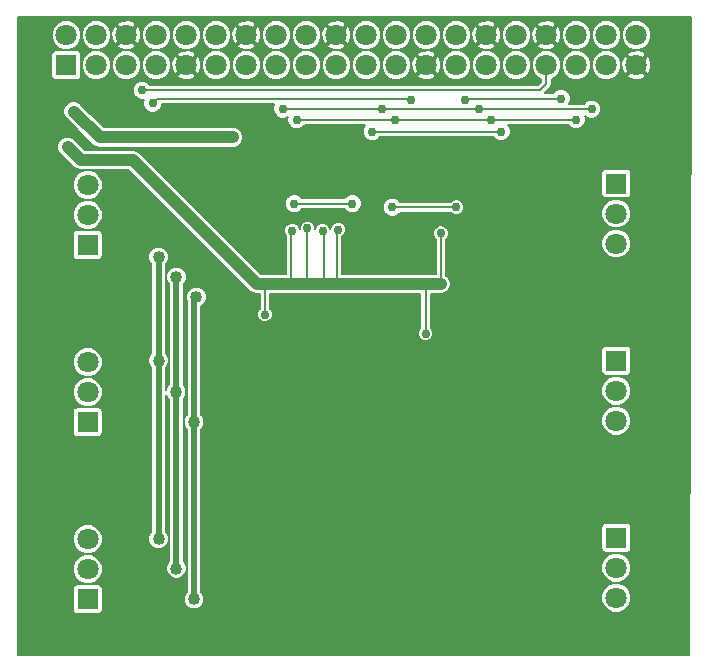
<source format=gbr>
G04 #@! TF.FileFunction,Copper,L2,Bot,Signal*
%FSLAX45Y45*%
G04 Gerber Fmt 4.5, Leading zero omitted, Abs format (unit mm)*
G04 Created by KiCad (PCBNEW (2015-01-16 BZR 5376)-product) date 3/19/2015 6:58:58 PM*
%MOMM*%
G01*
G04 APERTURE LIST*
%ADD10C,0.100000*%
%ADD11C,1.800000*%
%ADD12R,1.800000X1.800000*%
%ADD13C,0.762000*%
%ADD14C,1.016000*%
%ADD15C,0.203200*%
%ADD16C,1.016000*%
%ADD17C,0.508000*%
%ADD18C,0.254000*%
G04 APERTURE END LIST*
D10*
D11*
X1000000Y-4492000D03*
X1000000Y-4746000D03*
D12*
X1000000Y-5000000D03*
D11*
X5475000Y-4988000D03*
X5475000Y-4734000D03*
D12*
X5475000Y-4480000D03*
D11*
X5475000Y-3488000D03*
X5475000Y-3234000D03*
D12*
X5475000Y-2980000D03*
D11*
X5475000Y-1988000D03*
X5475000Y-1734000D03*
D12*
X5475000Y-1480000D03*
D11*
X3867000Y-225000D03*
X819000Y-225000D03*
X1327000Y-225000D03*
X1073000Y-225000D03*
X1581000Y-225000D03*
X1835000Y-225000D03*
X2343000Y-225000D03*
X2089000Y-225000D03*
X2597000Y-225000D03*
X2851000Y-225000D03*
X5645000Y-225000D03*
X5391000Y-225000D03*
X4883000Y-225000D03*
X5137000Y-225000D03*
X4629000Y-225000D03*
X4375000Y-225000D03*
X3613000Y-225000D03*
X4121000Y-225000D03*
X3359000Y-225000D03*
X3105000Y-225000D03*
X2851000Y-479000D03*
X3105000Y-479000D03*
X3613000Y-479000D03*
X3359000Y-479000D03*
X3867000Y-479000D03*
X4121000Y-479000D03*
X4629000Y-479000D03*
X4375000Y-479000D03*
X5391000Y-479000D03*
X5645000Y-479000D03*
X5137000Y-479000D03*
X2597000Y-479000D03*
X2343000Y-479000D03*
X4883000Y-479000D03*
X2089000Y-479000D03*
X1835000Y-479000D03*
X1327000Y-479000D03*
X1581000Y-479000D03*
X1073000Y-479000D03*
D12*
X819000Y-479000D03*
D11*
X1000000Y-2992000D03*
X1000000Y-3246000D03*
D12*
X1000000Y-3500000D03*
D11*
X1000000Y-1492000D03*
X1000000Y-1746000D03*
D12*
X1000000Y-2000000D03*
D13*
X3120000Y-1870000D03*
X2990000Y-1880000D03*
X2730000Y-1880000D03*
X2860000Y-1860000D03*
X2500000Y-2590000D03*
X3860000Y-2750000D03*
D14*
X830000Y-1170000D03*
D13*
X3990000Y-1900000D03*
D14*
X880000Y-870000D03*
X2230000Y-1090000D03*
D13*
X3410000Y-1040000D03*
X4500000Y-1040000D03*
X2650000Y-850000D03*
X5265000Y-850000D03*
X3490104Y-849956D03*
X4310104Y-849956D03*
X2770000Y-940000D03*
X5135000Y-940000D03*
X4410104Y-939956D03*
X3600104Y-939956D03*
X1460000Y-690000D03*
X3740000Y-770000D03*
X1550000Y-800000D03*
X5010000Y-760000D03*
X4190000Y-770000D03*
D14*
X1600000Y-2100000D03*
X1600000Y-4490000D03*
X1600000Y-2980000D03*
X1750000Y-2270000D03*
X1750000Y-4740000D03*
X1746000Y-3246000D03*
X1920000Y-2440000D03*
X1900000Y-5000000D03*
X1900000Y-3500000D03*
D13*
X4120000Y-1680000D03*
X3580000Y-1680000D03*
X3240000Y-1650000D03*
X2750000Y-1650000D03*
D15*
X3110000Y-1880000D02*
X3110000Y-2330000D01*
X3120000Y-1870000D02*
X3110000Y-1880000D01*
X3000000Y-1890000D02*
X3000000Y-2330000D01*
X2990000Y-1880000D02*
X3000000Y-1890000D01*
X2720000Y-1890000D02*
X2720000Y-2330000D01*
X2730000Y-1880000D02*
X2720000Y-1890000D01*
X2860000Y-1860000D02*
X2860000Y-2330000D01*
X2860000Y-2330000D02*
X2860000Y-2320000D01*
X2860000Y-2320000D02*
X2860000Y-2330000D01*
X2500000Y-2590000D02*
X2500000Y-2330000D01*
X2500000Y-2330000D02*
X2500000Y-2340000D01*
X2500000Y-2340000D02*
X2500000Y-2330000D01*
X3860000Y-2750000D02*
X3860000Y-2330000D01*
X3860000Y-2330000D02*
X3860000Y-2350000D01*
X3860000Y-2350000D02*
X3860000Y-2330000D01*
D16*
X2430000Y-2330000D02*
X2500000Y-2330000D01*
X1380000Y-1280000D02*
X2430000Y-2330000D01*
X940000Y-1280000D02*
X1380000Y-1280000D01*
X830000Y-1170000D02*
X940000Y-1280000D01*
X2500000Y-2330000D02*
X2720000Y-2330000D01*
X2720000Y-2330000D02*
X2860000Y-2330000D01*
X2860000Y-2330000D02*
X3000000Y-2330000D01*
X3000000Y-2330000D02*
X3110000Y-2330000D01*
X3110000Y-2330000D02*
X3860000Y-2330000D01*
X3860000Y-2330000D02*
X3990000Y-2330000D01*
D15*
X3990000Y-1900000D02*
X3990000Y-2330000D01*
D16*
X880000Y-870000D02*
X1100000Y-1090000D01*
X1100000Y-1090000D02*
X2230000Y-1090000D01*
D15*
X3410000Y-1040000D02*
X4500000Y-1040000D01*
X2650000Y-849956D02*
X3490104Y-849956D01*
X2650000Y-850000D02*
X2650000Y-849956D01*
X5264956Y-849956D02*
X4310104Y-849956D01*
X5265000Y-850000D02*
X5264956Y-849956D01*
X4310104Y-849956D02*
X3490104Y-849956D01*
X2770000Y-940000D02*
X2770000Y-939956D01*
X4410104Y-939956D02*
X5134956Y-939956D01*
X5134956Y-939956D02*
X5135000Y-940000D01*
X3600104Y-939956D02*
X2770000Y-939956D01*
X4410104Y-939956D02*
X3600104Y-939956D01*
X4883000Y-479000D02*
X4883000Y-637000D01*
X4830000Y-690000D02*
X1460000Y-690000D01*
X4883000Y-637000D02*
X4830000Y-690000D01*
X1585000Y-765000D02*
X1550000Y-800000D01*
X3735000Y-765000D02*
X1585000Y-765000D01*
X3740000Y-770000D02*
X3735000Y-765000D01*
X4200000Y-760000D02*
X5010000Y-760000D01*
X4190000Y-770000D02*
X4200000Y-760000D01*
D17*
X1600000Y-2110000D02*
X1600000Y-2980000D01*
X1600000Y-2980000D02*
X1600000Y-4490000D01*
X1590000Y-2100000D02*
X1600000Y-2110000D01*
X1590000Y-2100000D02*
X1600000Y-2100000D01*
X1750000Y-4740000D02*
X1750000Y-3250000D01*
X1750000Y-3246000D02*
X1750000Y-2270000D01*
X1750000Y-3250000D02*
X1750000Y-3246000D01*
D18*
X1746000Y-3246000D02*
X1750000Y-3246000D01*
D17*
X1900000Y-2460000D02*
X1900000Y-3500000D01*
X1900000Y-3500000D02*
X1900000Y-5000000D01*
X1900000Y-2460000D02*
X1920000Y-2440000D01*
D15*
X3580000Y-1680000D02*
X4120000Y-1680000D01*
X2750000Y-1650000D02*
X3240000Y-1650000D01*
G36*
X6109802Y-70160D02*
X6089877Y-5469840D01*
X5771258Y-5469840D01*
X5771258Y-500169D01*
X5770582Y-477819D01*
X5770582Y-200134D01*
X5751507Y-153969D01*
X5716217Y-118617D01*
X5670085Y-99462D01*
X5620134Y-99418D01*
X5573969Y-118493D01*
X5538618Y-153783D01*
X5519462Y-199915D01*
X5519418Y-249866D01*
X5538493Y-296031D01*
X5573783Y-331383D01*
X5619915Y-350538D01*
X5669866Y-350582D01*
X5716031Y-331507D01*
X5751382Y-296217D01*
X5770538Y-250085D01*
X5770582Y-200134D01*
X5770582Y-477819D01*
X5769748Y-450241D01*
X5753546Y-411125D01*
X5735289Y-401283D01*
X5722716Y-413856D01*
X5722716Y-388711D01*
X5712874Y-370454D01*
X5666169Y-352742D01*
X5616241Y-354252D01*
X5577126Y-370454D01*
X5567284Y-388711D01*
X5645000Y-466428D01*
X5722716Y-388711D01*
X5722716Y-413856D01*
X5657572Y-479000D01*
X5735289Y-556717D01*
X5753546Y-546875D01*
X5771258Y-500169D01*
X5771258Y-5469840D01*
X5722716Y-5469840D01*
X5722716Y-569289D01*
X5645000Y-491572D01*
X5632428Y-504145D01*
X5632428Y-479000D01*
X5554711Y-401283D01*
X5536454Y-411125D01*
X5518742Y-457831D01*
X5520252Y-507759D01*
X5536454Y-546875D01*
X5554711Y-556717D01*
X5632428Y-479000D01*
X5632428Y-504145D01*
X5567284Y-569289D01*
X5577126Y-587546D01*
X5623831Y-605258D01*
X5673759Y-603748D01*
X5712874Y-587546D01*
X5722716Y-569289D01*
X5722716Y-5469840D01*
X5601257Y-5469840D01*
X5601257Y-4570000D01*
X5601257Y-4390000D01*
X5601257Y-3070000D01*
X5601257Y-2890000D01*
X5601257Y-1570000D01*
X5601257Y-1390000D01*
X5598626Y-1376441D01*
X5590798Y-1364524D01*
X5578980Y-1356547D01*
X5565000Y-1353743D01*
X5516582Y-1353743D01*
X5516582Y-454134D01*
X5516582Y-200134D01*
X5497507Y-153969D01*
X5462217Y-118617D01*
X5416085Y-99462D01*
X5366134Y-99418D01*
X5319969Y-118493D01*
X5284618Y-153783D01*
X5265462Y-199915D01*
X5265418Y-249866D01*
X5284493Y-296031D01*
X5319783Y-331383D01*
X5365915Y-350538D01*
X5415866Y-350582D01*
X5462031Y-331507D01*
X5497383Y-296217D01*
X5516538Y-250085D01*
X5516582Y-200134D01*
X5516582Y-454134D01*
X5497507Y-407969D01*
X5462217Y-372617D01*
X5416085Y-353462D01*
X5366134Y-353418D01*
X5319969Y-372493D01*
X5284618Y-407783D01*
X5265462Y-453915D01*
X5265418Y-503866D01*
X5284493Y-550031D01*
X5319783Y-585383D01*
X5365915Y-604538D01*
X5415866Y-604582D01*
X5462031Y-585507D01*
X5497383Y-550217D01*
X5516538Y-504085D01*
X5516582Y-454134D01*
X5516582Y-1353743D01*
X5385000Y-1353743D01*
X5371441Y-1356374D01*
X5359524Y-1364202D01*
X5351547Y-1376020D01*
X5348743Y-1390000D01*
X5348743Y-1570000D01*
X5351374Y-1583559D01*
X5359202Y-1595476D01*
X5371020Y-1603453D01*
X5385000Y-1606257D01*
X5565000Y-1606257D01*
X5578559Y-1603626D01*
X5590476Y-1595798D01*
X5598453Y-1583980D01*
X5601257Y-1570000D01*
X5601257Y-2890000D01*
X5600582Y-2886522D01*
X5600582Y-1963134D01*
X5600582Y-1709134D01*
X5581507Y-1662969D01*
X5546217Y-1627617D01*
X5500085Y-1608462D01*
X5450134Y-1608418D01*
X5403969Y-1627493D01*
X5368618Y-1662783D01*
X5349462Y-1708915D01*
X5349418Y-1758866D01*
X5368493Y-1805031D01*
X5403783Y-1840382D01*
X5449915Y-1859538D01*
X5499866Y-1859582D01*
X5546031Y-1840507D01*
X5581383Y-1805217D01*
X5600538Y-1759085D01*
X5600582Y-1709134D01*
X5600582Y-1963134D01*
X5581507Y-1916969D01*
X5546217Y-1881617D01*
X5500085Y-1862462D01*
X5450134Y-1862418D01*
X5403969Y-1881493D01*
X5368618Y-1916783D01*
X5349462Y-1962915D01*
X5349418Y-2012866D01*
X5368493Y-2059031D01*
X5403783Y-2094382D01*
X5449915Y-2113538D01*
X5499866Y-2113582D01*
X5546031Y-2094507D01*
X5581383Y-2059217D01*
X5600538Y-2013085D01*
X5600582Y-1963134D01*
X5600582Y-2886522D01*
X5598626Y-2876441D01*
X5590798Y-2864524D01*
X5578980Y-2856547D01*
X5565000Y-2853743D01*
X5385000Y-2853743D01*
X5371441Y-2856374D01*
X5359524Y-2864202D01*
X5351547Y-2876020D01*
X5348743Y-2890000D01*
X5348743Y-3070000D01*
X5351374Y-3083559D01*
X5359202Y-3095476D01*
X5371020Y-3103453D01*
X5385000Y-3106257D01*
X5565000Y-3106257D01*
X5578559Y-3103626D01*
X5590476Y-3095798D01*
X5598453Y-3083980D01*
X5601257Y-3070000D01*
X5601257Y-4390000D01*
X5600582Y-4386522D01*
X5600582Y-3463134D01*
X5600582Y-3209134D01*
X5581507Y-3162969D01*
X5546217Y-3127617D01*
X5500085Y-3108462D01*
X5450134Y-3108418D01*
X5403969Y-3127493D01*
X5368618Y-3162783D01*
X5349462Y-3208915D01*
X5349418Y-3258866D01*
X5368493Y-3305031D01*
X5403783Y-3340382D01*
X5449915Y-3359538D01*
X5499866Y-3359582D01*
X5546031Y-3340507D01*
X5581383Y-3305217D01*
X5600538Y-3259085D01*
X5600582Y-3209134D01*
X5600582Y-3463134D01*
X5581507Y-3416969D01*
X5546217Y-3381617D01*
X5500085Y-3362462D01*
X5450134Y-3362418D01*
X5403969Y-3381493D01*
X5368618Y-3416783D01*
X5349462Y-3462915D01*
X5349418Y-3512866D01*
X5368493Y-3559031D01*
X5403783Y-3594382D01*
X5449915Y-3613538D01*
X5499866Y-3613582D01*
X5546031Y-3594507D01*
X5581383Y-3559217D01*
X5600538Y-3513085D01*
X5600582Y-3463134D01*
X5600582Y-4386522D01*
X5598626Y-4376441D01*
X5590798Y-4364524D01*
X5578980Y-4356547D01*
X5565000Y-4353743D01*
X5385000Y-4353743D01*
X5371441Y-4356374D01*
X5359524Y-4364202D01*
X5351547Y-4376020D01*
X5348743Y-4390000D01*
X5348743Y-4570000D01*
X5351374Y-4583559D01*
X5359202Y-4595476D01*
X5371020Y-4603453D01*
X5385000Y-4606257D01*
X5565000Y-4606257D01*
X5578559Y-4603626D01*
X5590476Y-4595798D01*
X5598453Y-4583980D01*
X5601257Y-4570000D01*
X5601257Y-5469840D01*
X5600582Y-5469840D01*
X5600582Y-4963134D01*
X5600582Y-4709134D01*
X5581507Y-4662969D01*
X5546217Y-4627618D01*
X5500085Y-4608462D01*
X5450134Y-4608418D01*
X5403969Y-4627493D01*
X5368618Y-4662783D01*
X5349462Y-4708915D01*
X5349418Y-4758866D01*
X5368493Y-4805031D01*
X5403783Y-4840383D01*
X5449915Y-4859538D01*
X5499866Y-4859582D01*
X5546031Y-4840507D01*
X5581383Y-4805217D01*
X5600538Y-4759085D01*
X5600582Y-4709134D01*
X5600582Y-4963134D01*
X5581507Y-4916969D01*
X5546217Y-4881618D01*
X5500085Y-4862462D01*
X5450134Y-4862418D01*
X5403969Y-4881493D01*
X5368618Y-4916783D01*
X5349462Y-4962915D01*
X5349418Y-5012866D01*
X5368493Y-5059031D01*
X5403783Y-5094383D01*
X5449915Y-5113538D01*
X5499866Y-5113582D01*
X5546031Y-5094507D01*
X5581383Y-5059217D01*
X5600538Y-5013085D01*
X5600582Y-4963134D01*
X5600582Y-5469840D01*
X5345024Y-5469840D01*
X5345024Y-834155D01*
X5332869Y-804737D01*
X5310381Y-782210D01*
X5280985Y-770004D01*
X5262582Y-769988D01*
X5262582Y-454134D01*
X5262582Y-200134D01*
X5243507Y-153969D01*
X5208217Y-118617D01*
X5162085Y-99462D01*
X5112134Y-99418D01*
X5065969Y-118493D01*
X5030618Y-153783D01*
X5011462Y-199915D01*
X5011418Y-249866D01*
X5030493Y-296031D01*
X5065783Y-331383D01*
X5111915Y-350538D01*
X5161866Y-350582D01*
X5208031Y-331507D01*
X5243383Y-296217D01*
X5262538Y-250085D01*
X5262582Y-200134D01*
X5262582Y-454134D01*
X5243507Y-407969D01*
X5208217Y-372617D01*
X5162085Y-353462D01*
X5112134Y-353418D01*
X5065969Y-372493D01*
X5030618Y-407783D01*
X5011462Y-453915D01*
X5011418Y-503866D01*
X5030493Y-550031D01*
X5065783Y-585383D01*
X5111915Y-604538D01*
X5161866Y-604582D01*
X5208031Y-585507D01*
X5243383Y-550217D01*
X5262538Y-504085D01*
X5262582Y-454134D01*
X5262582Y-769988D01*
X5249155Y-769976D01*
X5219737Y-782131D01*
X5197594Y-804236D01*
X5078265Y-804236D01*
X5089996Y-775985D01*
X5090024Y-744155D01*
X5077869Y-714737D01*
X5055381Y-692210D01*
X5025985Y-680004D01*
X5009258Y-679989D01*
X5009258Y-246169D01*
X5007748Y-196241D01*
X4991546Y-157126D01*
X4973289Y-147284D01*
X4960717Y-159856D01*
X4960717Y-134711D01*
X4950875Y-116454D01*
X4904169Y-98742D01*
X4854241Y-100252D01*
X4815126Y-116454D01*
X4805284Y-134711D01*
X4883000Y-212428D01*
X4960717Y-134711D01*
X4960717Y-159856D01*
X4895572Y-225000D01*
X4973289Y-302717D01*
X4991546Y-292875D01*
X5009258Y-246169D01*
X5009258Y-679989D01*
X4994155Y-679976D01*
X4964737Y-692131D01*
X4942550Y-714280D01*
X4870378Y-714280D01*
X4915329Y-669329D01*
X4925240Y-654496D01*
X4928720Y-637000D01*
X4928720Y-595965D01*
X4954031Y-585507D01*
X4989383Y-550217D01*
X5008538Y-504085D01*
X5008582Y-454134D01*
X4989507Y-407969D01*
X4960717Y-379128D01*
X4960717Y-315289D01*
X4883000Y-237572D01*
X4870428Y-250145D01*
X4870428Y-225000D01*
X4792711Y-147284D01*
X4774454Y-157126D01*
X4756742Y-203831D01*
X4758252Y-253759D01*
X4774454Y-292875D01*
X4792711Y-302717D01*
X4870428Y-225000D01*
X4870428Y-250145D01*
X4805284Y-315289D01*
X4815126Y-333546D01*
X4861831Y-351258D01*
X4911759Y-349748D01*
X4950875Y-333546D01*
X4960717Y-315289D01*
X4960717Y-379128D01*
X4954217Y-372617D01*
X4908085Y-353462D01*
X4858134Y-353418D01*
X4811969Y-372493D01*
X4776618Y-407783D01*
X4757462Y-453915D01*
X4757418Y-503866D01*
X4776493Y-550031D01*
X4811783Y-585383D01*
X4837280Y-595970D01*
X4837280Y-618062D01*
X4811062Y-644280D01*
X4754582Y-644280D01*
X4754582Y-454134D01*
X4754582Y-200134D01*
X4735507Y-153969D01*
X4700217Y-118617D01*
X4654085Y-99462D01*
X4604134Y-99418D01*
X4557969Y-118493D01*
X4522618Y-153783D01*
X4503462Y-199915D01*
X4503418Y-249866D01*
X4522493Y-296031D01*
X4557783Y-331383D01*
X4603915Y-350538D01*
X4653866Y-350582D01*
X4700031Y-331507D01*
X4735383Y-296217D01*
X4754538Y-250085D01*
X4754582Y-200134D01*
X4754582Y-454134D01*
X4735507Y-407969D01*
X4700217Y-372617D01*
X4654085Y-353462D01*
X4604134Y-353418D01*
X4557969Y-372493D01*
X4522618Y-407783D01*
X4503462Y-453915D01*
X4503418Y-503866D01*
X4522493Y-550031D01*
X4557783Y-585383D01*
X4603915Y-604538D01*
X4653866Y-604582D01*
X4700031Y-585507D01*
X4735383Y-550217D01*
X4754538Y-504085D01*
X4754582Y-454134D01*
X4754582Y-644280D01*
X4501258Y-644280D01*
X4501258Y-246169D01*
X4499748Y-196241D01*
X4483546Y-157126D01*
X4465289Y-147284D01*
X4452717Y-159856D01*
X4452717Y-134711D01*
X4442875Y-116454D01*
X4396169Y-98742D01*
X4346241Y-100252D01*
X4307126Y-116454D01*
X4297284Y-134711D01*
X4375000Y-212428D01*
X4452717Y-134711D01*
X4452717Y-159856D01*
X4387572Y-225000D01*
X4465289Y-302717D01*
X4483546Y-292875D01*
X4501258Y-246169D01*
X4501258Y-644280D01*
X4500582Y-644280D01*
X4500582Y-454134D01*
X4481507Y-407969D01*
X4452717Y-379128D01*
X4452717Y-315289D01*
X4375000Y-237572D01*
X4362428Y-250145D01*
X4362428Y-225000D01*
X4284711Y-147284D01*
X4266454Y-157126D01*
X4248742Y-203831D01*
X4250252Y-253759D01*
X4266454Y-292875D01*
X4284711Y-302717D01*
X4362428Y-225000D01*
X4362428Y-250145D01*
X4297284Y-315289D01*
X4307126Y-333546D01*
X4353831Y-351258D01*
X4403759Y-349748D01*
X4442875Y-333546D01*
X4452717Y-315289D01*
X4452717Y-379128D01*
X4446217Y-372617D01*
X4400085Y-353462D01*
X4350134Y-353418D01*
X4303969Y-372493D01*
X4268618Y-407783D01*
X4249462Y-453915D01*
X4249418Y-503866D01*
X4268493Y-550031D01*
X4303783Y-585383D01*
X4349915Y-604538D01*
X4399866Y-604582D01*
X4446031Y-585507D01*
X4481383Y-550217D01*
X4500538Y-504085D01*
X4500582Y-454134D01*
X4500582Y-644280D01*
X4246582Y-644280D01*
X4246582Y-454134D01*
X4246582Y-200134D01*
X4227507Y-153969D01*
X4192217Y-118617D01*
X4146085Y-99462D01*
X4096134Y-99418D01*
X4049969Y-118493D01*
X4014617Y-153783D01*
X3995462Y-199915D01*
X3995418Y-249866D01*
X4014493Y-296031D01*
X4049783Y-331383D01*
X4095915Y-350538D01*
X4145866Y-350582D01*
X4192031Y-331507D01*
X4227383Y-296217D01*
X4246538Y-250085D01*
X4246582Y-200134D01*
X4246582Y-454134D01*
X4227507Y-407969D01*
X4192217Y-372617D01*
X4146085Y-353462D01*
X4096134Y-353418D01*
X4049969Y-372493D01*
X4014617Y-407783D01*
X3995462Y-453915D01*
X3995418Y-503866D01*
X4014493Y-550031D01*
X4049783Y-585383D01*
X4095915Y-604538D01*
X4145866Y-604582D01*
X4192031Y-585507D01*
X4227383Y-550217D01*
X4246538Y-504085D01*
X4246582Y-454134D01*
X4246582Y-644280D01*
X3993258Y-644280D01*
X3993258Y-500169D01*
X3992582Y-477819D01*
X3992582Y-200134D01*
X3973507Y-153969D01*
X3938217Y-118617D01*
X3892085Y-99462D01*
X3842134Y-99418D01*
X3795969Y-118493D01*
X3760617Y-153783D01*
X3741462Y-199915D01*
X3741418Y-249866D01*
X3760493Y-296031D01*
X3795783Y-331383D01*
X3841915Y-350538D01*
X3891866Y-350582D01*
X3938031Y-331507D01*
X3973382Y-296217D01*
X3992538Y-250085D01*
X3992582Y-200134D01*
X3992582Y-477819D01*
X3991748Y-450241D01*
X3975546Y-411125D01*
X3957289Y-401283D01*
X3944716Y-413856D01*
X3944716Y-388711D01*
X3934874Y-370454D01*
X3888169Y-352742D01*
X3838241Y-354252D01*
X3799125Y-370454D01*
X3789283Y-388711D01*
X3867000Y-466428D01*
X3944716Y-388711D01*
X3944716Y-413856D01*
X3879572Y-479000D01*
X3957289Y-556717D01*
X3975546Y-546875D01*
X3993258Y-500169D01*
X3993258Y-644280D01*
X3944716Y-644280D01*
X3944716Y-569289D01*
X3867000Y-491572D01*
X3854428Y-504145D01*
X3854428Y-479000D01*
X3776711Y-401283D01*
X3758454Y-411125D01*
X3740742Y-457831D01*
X3742252Y-507759D01*
X3758454Y-546875D01*
X3776711Y-556717D01*
X3854428Y-479000D01*
X3854428Y-504145D01*
X3789283Y-569289D01*
X3799125Y-587546D01*
X3845831Y-605258D01*
X3895759Y-603748D01*
X3934874Y-587546D01*
X3944716Y-569289D01*
X3944716Y-644280D01*
X3738582Y-644280D01*
X3738582Y-454134D01*
X3738582Y-200134D01*
X3719507Y-153969D01*
X3684217Y-118617D01*
X3638085Y-99462D01*
X3588134Y-99418D01*
X3541969Y-118493D01*
X3506617Y-153783D01*
X3487462Y-199915D01*
X3487418Y-249866D01*
X3506493Y-296031D01*
X3541783Y-331383D01*
X3587915Y-350538D01*
X3637866Y-350582D01*
X3684031Y-331507D01*
X3719382Y-296217D01*
X3738538Y-250085D01*
X3738582Y-200134D01*
X3738582Y-454134D01*
X3719507Y-407969D01*
X3684217Y-372617D01*
X3638085Y-353462D01*
X3588134Y-353418D01*
X3541969Y-372493D01*
X3506617Y-407783D01*
X3487462Y-453915D01*
X3487418Y-503866D01*
X3506493Y-550031D01*
X3541783Y-585383D01*
X3587915Y-604538D01*
X3637866Y-604582D01*
X3684031Y-585507D01*
X3719382Y-550217D01*
X3738538Y-504085D01*
X3738582Y-454134D01*
X3738582Y-644280D01*
X3484582Y-644280D01*
X3484582Y-454134D01*
X3484582Y-200134D01*
X3465507Y-153969D01*
X3430217Y-118617D01*
X3384085Y-99462D01*
X3334134Y-99418D01*
X3287969Y-118493D01*
X3252617Y-153783D01*
X3233462Y-199915D01*
X3233418Y-249866D01*
X3252493Y-296031D01*
X3287783Y-331383D01*
X3333915Y-350538D01*
X3383866Y-350582D01*
X3430031Y-331507D01*
X3465382Y-296217D01*
X3484538Y-250085D01*
X3484582Y-200134D01*
X3484582Y-454134D01*
X3465507Y-407969D01*
X3430217Y-372617D01*
X3384085Y-353462D01*
X3334134Y-353418D01*
X3287969Y-372493D01*
X3252617Y-407783D01*
X3233462Y-453915D01*
X3233418Y-503866D01*
X3252493Y-550031D01*
X3287783Y-585383D01*
X3333915Y-604538D01*
X3383866Y-604582D01*
X3430031Y-585507D01*
X3465382Y-550217D01*
X3484538Y-504085D01*
X3484582Y-454134D01*
X3484582Y-644280D01*
X3231258Y-644280D01*
X3231258Y-246169D01*
X3229748Y-196241D01*
X3213546Y-157126D01*
X3195289Y-147284D01*
X3182716Y-159856D01*
X3182716Y-134711D01*
X3172874Y-116454D01*
X3126169Y-98742D01*
X3076241Y-100252D01*
X3037125Y-116454D01*
X3027283Y-134711D01*
X3105000Y-212428D01*
X3182716Y-134711D01*
X3182716Y-159856D01*
X3117572Y-225000D01*
X3195289Y-302717D01*
X3213546Y-292875D01*
X3231258Y-246169D01*
X3231258Y-644280D01*
X3230582Y-644280D01*
X3230582Y-454134D01*
X3211507Y-407969D01*
X3182716Y-379128D01*
X3182716Y-315289D01*
X3105000Y-237572D01*
X3092428Y-250145D01*
X3092428Y-225000D01*
X3014711Y-147284D01*
X2996454Y-157126D01*
X2978742Y-203831D01*
X2980252Y-253759D01*
X2996454Y-292875D01*
X3014711Y-302717D01*
X3092428Y-225000D01*
X3092428Y-250145D01*
X3027283Y-315289D01*
X3037125Y-333546D01*
X3083831Y-351258D01*
X3133759Y-349748D01*
X3172874Y-333546D01*
X3182716Y-315289D01*
X3182716Y-379128D01*
X3176217Y-372617D01*
X3130085Y-353462D01*
X3080134Y-353418D01*
X3033969Y-372493D01*
X2998617Y-407783D01*
X2979462Y-453915D01*
X2979418Y-503866D01*
X2998493Y-550031D01*
X3033783Y-585383D01*
X3079915Y-604538D01*
X3129866Y-604582D01*
X3176031Y-585507D01*
X3211382Y-550217D01*
X3230538Y-504085D01*
X3230582Y-454134D01*
X3230582Y-644280D01*
X2976582Y-644280D01*
X2976582Y-454134D01*
X2976582Y-200134D01*
X2957507Y-153969D01*
X2922217Y-118617D01*
X2876085Y-99462D01*
X2826134Y-99418D01*
X2779969Y-118493D01*
X2744618Y-153783D01*
X2725462Y-199915D01*
X2725418Y-249866D01*
X2744493Y-296031D01*
X2779783Y-331383D01*
X2825915Y-350538D01*
X2875866Y-350582D01*
X2922031Y-331507D01*
X2957382Y-296217D01*
X2976538Y-250085D01*
X2976582Y-200134D01*
X2976582Y-454134D01*
X2957507Y-407969D01*
X2922217Y-372617D01*
X2876085Y-353462D01*
X2826134Y-353418D01*
X2779969Y-372493D01*
X2744618Y-407783D01*
X2725462Y-453915D01*
X2725418Y-503866D01*
X2744493Y-550031D01*
X2779783Y-585383D01*
X2825915Y-604538D01*
X2875866Y-604582D01*
X2922031Y-585507D01*
X2957382Y-550217D01*
X2976538Y-504085D01*
X2976582Y-454134D01*
X2976582Y-644280D01*
X2722582Y-644280D01*
X2722582Y-454134D01*
X2722582Y-200134D01*
X2703507Y-153969D01*
X2668217Y-118617D01*
X2622085Y-99462D01*
X2572134Y-99418D01*
X2525969Y-118493D01*
X2490618Y-153783D01*
X2471462Y-199915D01*
X2471418Y-249866D01*
X2490493Y-296031D01*
X2525783Y-331383D01*
X2571915Y-350538D01*
X2621866Y-350582D01*
X2668031Y-331507D01*
X2703383Y-296217D01*
X2722538Y-250085D01*
X2722582Y-200134D01*
X2722582Y-454134D01*
X2703507Y-407969D01*
X2668217Y-372617D01*
X2622085Y-353462D01*
X2572134Y-353418D01*
X2525969Y-372493D01*
X2490618Y-407783D01*
X2471462Y-453915D01*
X2471418Y-503866D01*
X2490493Y-550031D01*
X2525783Y-585383D01*
X2571915Y-604538D01*
X2621866Y-604582D01*
X2668031Y-585507D01*
X2703383Y-550217D01*
X2722538Y-504085D01*
X2722582Y-454134D01*
X2722582Y-644280D01*
X2469258Y-644280D01*
X2469258Y-246169D01*
X2467748Y-196241D01*
X2451546Y-157126D01*
X2433289Y-147284D01*
X2420717Y-159856D01*
X2420717Y-134711D01*
X2410875Y-116454D01*
X2364169Y-98742D01*
X2314241Y-100252D01*
X2275126Y-116454D01*
X2265284Y-134711D01*
X2343000Y-212428D01*
X2420717Y-134711D01*
X2420717Y-159856D01*
X2355572Y-225000D01*
X2433289Y-302717D01*
X2451546Y-292875D01*
X2469258Y-246169D01*
X2469258Y-644280D01*
X2468582Y-644280D01*
X2468582Y-454134D01*
X2449507Y-407969D01*
X2420717Y-379128D01*
X2420717Y-315289D01*
X2343000Y-237572D01*
X2330428Y-250145D01*
X2330428Y-225000D01*
X2252711Y-147284D01*
X2234454Y-157126D01*
X2216742Y-203831D01*
X2218252Y-253759D01*
X2234454Y-292875D01*
X2252711Y-302717D01*
X2330428Y-225000D01*
X2330428Y-250145D01*
X2265284Y-315289D01*
X2275126Y-333546D01*
X2321831Y-351258D01*
X2371759Y-349748D01*
X2410875Y-333546D01*
X2420717Y-315289D01*
X2420717Y-379128D01*
X2414217Y-372617D01*
X2368085Y-353462D01*
X2318134Y-353418D01*
X2271969Y-372493D01*
X2236618Y-407783D01*
X2217462Y-453915D01*
X2217418Y-503866D01*
X2236493Y-550031D01*
X2271783Y-585383D01*
X2317915Y-604538D01*
X2367866Y-604582D01*
X2414031Y-585507D01*
X2449383Y-550217D01*
X2468538Y-504085D01*
X2468582Y-454134D01*
X2468582Y-644280D01*
X2214582Y-644280D01*
X2214582Y-454134D01*
X2214582Y-200134D01*
X2195507Y-153969D01*
X2160217Y-118617D01*
X2114085Y-99462D01*
X2064134Y-99418D01*
X2017969Y-118493D01*
X1982617Y-153783D01*
X1963462Y-199915D01*
X1963418Y-249866D01*
X1982493Y-296031D01*
X2017783Y-331383D01*
X2063915Y-350538D01*
X2113866Y-350582D01*
X2160031Y-331507D01*
X2195383Y-296217D01*
X2214538Y-250085D01*
X2214582Y-200134D01*
X2214582Y-454134D01*
X2195507Y-407969D01*
X2160217Y-372617D01*
X2114085Y-353462D01*
X2064134Y-353418D01*
X2017969Y-372493D01*
X1982617Y-407783D01*
X1963462Y-453915D01*
X1963418Y-503866D01*
X1982493Y-550031D01*
X2017783Y-585383D01*
X2063915Y-604538D01*
X2113866Y-604582D01*
X2160031Y-585507D01*
X2195383Y-550217D01*
X2214538Y-504085D01*
X2214582Y-454134D01*
X2214582Y-644280D01*
X1961258Y-644280D01*
X1961258Y-500169D01*
X1960582Y-477819D01*
X1960582Y-200134D01*
X1941507Y-153969D01*
X1906217Y-118617D01*
X1860085Y-99462D01*
X1810134Y-99418D01*
X1763969Y-118493D01*
X1728617Y-153783D01*
X1709462Y-199915D01*
X1709418Y-249866D01*
X1728493Y-296031D01*
X1763783Y-331383D01*
X1809915Y-350538D01*
X1859866Y-350582D01*
X1906031Y-331507D01*
X1941382Y-296217D01*
X1960538Y-250085D01*
X1960582Y-200134D01*
X1960582Y-477819D01*
X1959748Y-450241D01*
X1943546Y-411125D01*
X1925289Y-401283D01*
X1912716Y-413856D01*
X1912716Y-388711D01*
X1902874Y-370454D01*
X1856169Y-352742D01*
X1806241Y-354252D01*
X1767125Y-370454D01*
X1757283Y-388711D01*
X1835000Y-466428D01*
X1912716Y-388711D01*
X1912716Y-413856D01*
X1847572Y-479000D01*
X1925289Y-556717D01*
X1943546Y-546875D01*
X1961258Y-500169D01*
X1961258Y-644280D01*
X1912716Y-644280D01*
X1912716Y-569289D01*
X1835000Y-491572D01*
X1822428Y-504145D01*
X1822428Y-479000D01*
X1744711Y-401283D01*
X1726454Y-411125D01*
X1708742Y-457831D01*
X1710252Y-507759D01*
X1726454Y-546875D01*
X1744711Y-556717D01*
X1822428Y-479000D01*
X1822428Y-504145D01*
X1757283Y-569289D01*
X1767125Y-587546D01*
X1813831Y-605258D01*
X1863759Y-603748D01*
X1902874Y-587546D01*
X1912716Y-569289D01*
X1912716Y-644280D01*
X1706582Y-644280D01*
X1706582Y-454134D01*
X1706582Y-200134D01*
X1687507Y-153969D01*
X1652217Y-118617D01*
X1606085Y-99462D01*
X1556134Y-99418D01*
X1509969Y-118493D01*
X1474617Y-153783D01*
X1455462Y-199915D01*
X1455418Y-249866D01*
X1474493Y-296031D01*
X1509783Y-331383D01*
X1555915Y-350538D01*
X1605866Y-350582D01*
X1652031Y-331507D01*
X1687382Y-296217D01*
X1706538Y-250085D01*
X1706582Y-200134D01*
X1706582Y-454134D01*
X1687507Y-407969D01*
X1652217Y-372617D01*
X1606085Y-353462D01*
X1556134Y-353418D01*
X1509969Y-372493D01*
X1474617Y-407783D01*
X1455462Y-453915D01*
X1455418Y-503866D01*
X1474493Y-550031D01*
X1509783Y-585383D01*
X1555915Y-604538D01*
X1605866Y-604582D01*
X1652031Y-585507D01*
X1687382Y-550217D01*
X1706538Y-504085D01*
X1706582Y-454134D01*
X1706582Y-644280D01*
X1527412Y-644280D01*
X1505381Y-622210D01*
X1475985Y-610004D01*
X1453258Y-609984D01*
X1453258Y-246169D01*
X1451748Y-196241D01*
X1435546Y-157126D01*
X1417289Y-147284D01*
X1404716Y-159856D01*
X1404716Y-134711D01*
X1394875Y-116454D01*
X1348169Y-98742D01*
X1298241Y-100252D01*
X1259126Y-116454D01*
X1249284Y-134711D01*
X1327000Y-212428D01*
X1404716Y-134711D01*
X1404716Y-159856D01*
X1339572Y-225000D01*
X1417289Y-302717D01*
X1435546Y-292875D01*
X1453258Y-246169D01*
X1453258Y-609984D01*
X1452582Y-609983D01*
X1452582Y-454134D01*
X1433507Y-407969D01*
X1404716Y-379128D01*
X1404716Y-315289D01*
X1327000Y-237572D01*
X1314428Y-250145D01*
X1314428Y-225000D01*
X1236711Y-147284D01*
X1218454Y-157126D01*
X1200742Y-203831D01*
X1202252Y-253759D01*
X1218454Y-292875D01*
X1236711Y-302717D01*
X1314428Y-225000D01*
X1314428Y-250145D01*
X1249284Y-315289D01*
X1259126Y-333546D01*
X1305831Y-351258D01*
X1355759Y-349748D01*
X1394875Y-333546D01*
X1404716Y-315289D01*
X1404716Y-379128D01*
X1398217Y-372617D01*
X1352085Y-353462D01*
X1302134Y-353418D01*
X1255969Y-372493D01*
X1220618Y-407783D01*
X1201462Y-453915D01*
X1201418Y-503866D01*
X1220493Y-550031D01*
X1255783Y-585383D01*
X1301915Y-604538D01*
X1351866Y-604582D01*
X1398031Y-585507D01*
X1433382Y-550217D01*
X1452538Y-504085D01*
X1452582Y-454134D01*
X1452582Y-609983D01*
X1444155Y-609976D01*
X1414737Y-622131D01*
X1392210Y-644619D01*
X1380004Y-674015D01*
X1379976Y-705845D01*
X1392131Y-735263D01*
X1414619Y-757790D01*
X1444015Y-769996D01*
X1475814Y-770024D01*
X1470004Y-784015D01*
X1469976Y-815845D01*
X1482131Y-845263D01*
X1504619Y-867790D01*
X1534015Y-879996D01*
X1565845Y-880024D01*
X1595263Y-867869D01*
X1617790Y-845381D01*
X1629996Y-815985D01*
X1630001Y-810720D01*
X2579677Y-810720D01*
X2570004Y-834015D01*
X2569976Y-865845D01*
X2582131Y-895263D01*
X2604619Y-917790D01*
X2634015Y-929996D01*
X2665845Y-930024D01*
X2691996Y-919219D01*
X2690004Y-924015D01*
X2689976Y-955845D01*
X2702131Y-985263D01*
X2724619Y-1007790D01*
X2754015Y-1019996D01*
X2785845Y-1020024D01*
X2815263Y-1007869D01*
X2837494Y-985676D01*
X3351169Y-985676D01*
X3342210Y-994619D01*
X3330004Y-1024015D01*
X3329976Y-1055845D01*
X3342131Y-1085263D01*
X3364619Y-1107790D01*
X3394015Y-1119996D01*
X3425845Y-1120024D01*
X3455263Y-1107869D01*
X3477450Y-1085720D01*
X4432588Y-1085720D01*
X4454619Y-1107790D01*
X4484015Y-1119996D01*
X4515845Y-1120024D01*
X4545263Y-1107869D01*
X4567790Y-1085381D01*
X4579996Y-1055985D01*
X4580024Y-1024155D01*
X4567869Y-994737D01*
X4558823Y-985676D01*
X5067544Y-985676D01*
X5089619Y-1007790D01*
X5119015Y-1019996D01*
X5150845Y-1020024D01*
X5180263Y-1007869D01*
X5202790Y-985381D01*
X5214996Y-955985D01*
X5215024Y-924155D01*
X5207291Y-905440D01*
X5219619Y-917790D01*
X5249015Y-929996D01*
X5280845Y-930024D01*
X5310263Y-917869D01*
X5332790Y-895381D01*
X5344996Y-865985D01*
X5345024Y-834155D01*
X5345024Y-5469840D01*
X4186051Y-5469840D01*
X4186051Y-1666921D01*
X4176019Y-1642640D01*
X4157457Y-1624047D01*
X4133194Y-1613971D01*
X4106921Y-1613949D01*
X4082640Y-1623981D01*
X4072324Y-1634280D01*
X3647412Y-1634280D01*
X3625381Y-1612210D01*
X3595985Y-1600004D01*
X3564155Y-1599976D01*
X3534737Y-1612131D01*
X3512210Y-1634619D01*
X3500004Y-1664015D01*
X3499976Y-1695845D01*
X3512131Y-1725263D01*
X3534619Y-1747790D01*
X3564015Y-1759996D01*
X3595845Y-1760024D01*
X3625263Y-1747869D01*
X3647450Y-1725720D01*
X4072327Y-1725720D01*
X4082542Y-1735953D01*
X4106806Y-1746028D01*
X4133078Y-1746051D01*
X4157360Y-1736019D01*
X4175953Y-1717457D01*
X4186028Y-1693194D01*
X4186051Y-1666921D01*
X4186051Y-5469840D01*
X4076360Y-5469840D01*
X4076360Y-2330000D01*
X4069786Y-2296952D01*
X4051066Y-2268934D01*
X4035720Y-2258681D01*
X4035720Y-1947673D01*
X4045953Y-1937457D01*
X4056028Y-1913194D01*
X4056051Y-1886921D01*
X4046019Y-1862640D01*
X4027457Y-1844047D01*
X4003194Y-1833971D01*
X3976921Y-1833949D01*
X3952640Y-1843981D01*
X3934047Y-1862542D01*
X3923971Y-1886806D01*
X3923949Y-1913078D01*
X3933981Y-1937360D01*
X3944280Y-1947676D01*
X3944280Y-2243640D01*
X3860000Y-2243640D01*
X3320024Y-2243640D01*
X3320024Y-1634155D01*
X3307869Y-1604737D01*
X3285381Y-1582210D01*
X3255985Y-1570004D01*
X3224155Y-1569976D01*
X3194737Y-1582131D01*
X3172550Y-1604280D01*
X2817412Y-1604280D01*
X2795381Y-1582210D01*
X2765985Y-1570004D01*
X2734155Y-1569976D01*
X2704737Y-1582131D01*
X2682210Y-1604619D01*
X2670004Y-1634015D01*
X2669976Y-1665845D01*
X2682131Y-1695263D01*
X2704619Y-1717790D01*
X2734015Y-1729996D01*
X2765845Y-1730024D01*
X2795263Y-1717869D01*
X2817450Y-1695720D01*
X3172588Y-1695720D01*
X3194619Y-1717790D01*
X3224015Y-1729996D01*
X3255845Y-1730024D01*
X3285263Y-1717869D01*
X3307790Y-1695381D01*
X3319996Y-1665985D01*
X3320024Y-1634155D01*
X3320024Y-2243640D01*
X3155720Y-2243640D01*
X3155720Y-1926696D01*
X3157360Y-1926019D01*
X3175953Y-1907457D01*
X3186028Y-1883194D01*
X3186051Y-1856921D01*
X3176019Y-1832640D01*
X3157457Y-1814047D01*
X3133194Y-1803971D01*
X3106921Y-1803949D01*
X3082640Y-1813981D01*
X3064047Y-1832542D01*
X3053971Y-1856806D01*
X3053967Y-1861877D01*
X3046019Y-1842640D01*
X3027457Y-1824047D01*
X3003194Y-1813971D01*
X2976921Y-1813949D01*
X2952640Y-1823981D01*
X2934047Y-1842542D01*
X2926038Y-1861828D01*
X2926051Y-1846921D01*
X2916019Y-1822640D01*
X2897457Y-1804047D01*
X2873194Y-1793971D01*
X2846921Y-1793949D01*
X2822640Y-1803981D01*
X2804047Y-1822542D01*
X2793972Y-1846806D01*
X2793958Y-1861856D01*
X2786019Y-1842640D01*
X2767458Y-1824047D01*
X2743194Y-1813971D01*
X2716922Y-1813949D01*
X2692640Y-1823981D01*
X2674047Y-1842542D01*
X2663972Y-1866806D01*
X2663949Y-1893078D01*
X2673981Y-1917360D01*
X2674280Y-1917659D01*
X2674280Y-2243640D01*
X2500000Y-2243640D01*
X2465771Y-2243640D01*
X2316375Y-2094244D01*
X2316375Y-1072897D01*
X2309786Y-1056952D01*
X2303255Y-1041145D01*
X2278983Y-1016830D01*
X2247253Y-1003655D01*
X2212897Y-1003625D01*
X2212861Y-1003640D01*
X1198582Y-1003640D01*
X1198582Y-454134D01*
X1198582Y-200134D01*
X1179507Y-153969D01*
X1144217Y-118617D01*
X1098085Y-99462D01*
X1048134Y-99418D01*
X1001969Y-118493D01*
X966617Y-153783D01*
X947462Y-199915D01*
X947418Y-249866D01*
X966493Y-296031D01*
X1001783Y-331383D01*
X1047915Y-350538D01*
X1097866Y-350582D01*
X1144031Y-331507D01*
X1179383Y-296217D01*
X1198538Y-250085D01*
X1198582Y-200134D01*
X1198582Y-454134D01*
X1179507Y-407969D01*
X1144217Y-372617D01*
X1098085Y-353462D01*
X1048134Y-353418D01*
X1001969Y-372493D01*
X966617Y-407783D01*
X947462Y-453915D01*
X947418Y-503866D01*
X966493Y-550031D01*
X1001783Y-585383D01*
X1047915Y-604538D01*
X1097866Y-604582D01*
X1144031Y-585507D01*
X1179383Y-550217D01*
X1198538Y-504085D01*
X1198582Y-454134D01*
X1198582Y-1003640D01*
X1135771Y-1003640D01*
X945257Y-813125D01*
X945257Y-569000D01*
X945257Y-389000D01*
X944582Y-385522D01*
X944582Y-200134D01*
X925507Y-153969D01*
X890217Y-118617D01*
X844085Y-99462D01*
X794134Y-99418D01*
X747969Y-118493D01*
X712617Y-153783D01*
X693462Y-199915D01*
X693418Y-249866D01*
X712493Y-296031D01*
X747783Y-331383D01*
X793915Y-350538D01*
X843866Y-350582D01*
X890031Y-331507D01*
X925382Y-296217D01*
X944538Y-250085D01*
X944582Y-200134D01*
X944582Y-385522D01*
X942626Y-375441D01*
X934798Y-363524D01*
X922980Y-355547D01*
X909000Y-352743D01*
X729000Y-352743D01*
X715441Y-355374D01*
X703524Y-363202D01*
X695547Y-375020D01*
X692743Y-389000D01*
X692743Y-569000D01*
X695374Y-582559D01*
X703202Y-594476D01*
X715020Y-602453D01*
X729000Y-605257D01*
X909000Y-605257D01*
X922559Y-602626D01*
X934476Y-594798D01*
X942453Y-582980D01*
X945257Y-569000D01*
X945257Y-813125D01*
X941147Y-809016D01*
X928983Y-796830D01*
X897253Y-783655D01*
X862897Y-783625D01*
X831145Y-796745D01*
X806830Y-821017D01*
X793655Y-852747D01*
X793625Y-887103D01*
X806745Y-918855D01*
X831017Y-943170D01*
X831053Y-943185D01*
X1038934Y-1151066D01*
X1066952Y-1169786D01*
X1100000Y-1176360D01*
X2229925Y-1176360D01*
X2230000Y-1176360D01*
X2247103Y-1176375D01*
X2263049Y-1169786D01*
X2278855Y-1163255D01*
X2291066Y-1151066D01*
X2303170Y-1138983D01*
X2309786Y-1123049D01*
X2316345Y-1107253D01*
X2316360Y-1090000D01*
X2316375Y-1072897D01*
X2316375Y-2094244D01*
X1441066Y-1218934D01*
X1413048Y-1200214D01*
X1380000Y-1193640D01*
X975771Y-1193640D01*
X891147Y-1109016D01*
X878983Y-1096830D01*
X847253Y-1083655D01*
X812897Y-1083625D01*
X781145Y-1096745D01*
X756830Y-1121017D01*
X743655Y-1152747D01*
X743625Y-1187103D01*
X756745Y-1218855D01*
X781017Y-1243170D01*
X781053Y-1243185D01*
X878934Y-1341066D01*
X906951Y-1359786D01*
X940000Y-1366360D01*
X1344229Y-1366360D01*
X2368934Y-2391066D01*
X2368934Y-2391066D01*
X2396951Y-2409786D01*
X2396952Y-2409786D01*
X2402435Y-2410877D01*
X2430000Y-2416360D01*
X2454280Y-2416360D01*
X2454280Y-2542327D01*
X2444047Y-2552543D01*
X2433972Y-2576806D01*
X2433949Y-2603079D01*
X2443981Y-2627360D01*
X2462543Y-2645953D01*
X2486806Y-2656029D01*
X2513079Y-2656051D01*
X2537360Y-2646019D01*
X2555953Y-2627458D01*
X2566029Y-2603194D01*
X2566051Y-2576922D01*
X2556019Y-2552640D01*
X2545720Y-2542324D01*
X2545720Y-2416360D01*
X2720000Y-2416360D01*
X2860000Y-2416360D01*
X3000000Y-2416360D01*
X3110000Y-2416360D01*
X3814280Y-2416360D01*
X3814280Y-2702327D01*
X3804047Y-2712543D01*
X3793971Y-2736806D01*
X3793949Y-2763079D01*
X3803981Y-2787360D01*
X3822542Y-2805953D01*
X3846806Y-2816028D01*
X3873078Y-2816051D01*
X3897360Y-2806019D01*
X3915953Y-2787458D01*
X3926028Y-2763194D01*
X3926051Y-2736922D01*
X3916019Y-2712640D01*
X3905720Y-2702324D01*
X3905720Y-2416360D01*
X3990000Y-2416360D01*
X4023048Y-2409786D01*
X4051066Y-2391066D01*
X4069786Y-2363049D01*
X4076360Y-2330000D01*
X4076360Y-5469840D01*
X2006375Y-5469840D01*
X2006375Y-2422897D01*
X1993255Y-2391145D01*
X1968983Y-2366830D01*
X1937253Y-2353655D01*
X1902897Y-2353625D01*
X1871145Y-2366745D01*
X1846830Y-2391017D01*
X1833655Y-2422747D01*
X1833625Y-2457103D01*
X1839040Y-2470208D01*
X1839040Y-3438829D01*
X1826830Y-3451017D01*
X1813655Y-3482747D01*
X1813625Y-3517103D01*
X1826745Y-3548855D01*
X1839040Y-3561172D01*
X1839040Y-4938829D01*
X1836375Y-4941489D01*
X1836375Y-4722897D01*
X1823255Y-4691145D01*
X1810960Y-4678828D01*
X1810960Y-3303178D01*
X1819170Y-3294983D01*
X1832345Y-3263253D01*
X1832375Y-3228897D01*
X1819255Y-3197145D01*
X1810960Y-3188835D01*
X1810960Y-2331171D01*
X1823170Y-2318983D01*
X1836345Y-2287253D01*
X1836375Y-2252897D01*
X1823255Y-2221145D01*
X1798983Y-2196830D01*
X1767253Y-2183655D01*
X1732897Y-2183625D01*
X1701145Y-2196745D01*
X1676830Y-2221017D01*
X1663655Y-2252747D01*
X1663625Y-2287103D01*
X1676745Y-2318855D01*
X1689040Y-2331172D01*
X1689040Y-3180836D01*
X1672830Y-3197017D01*
X1660960Y-3225604D01*
X1660960Y-3041171D01*
X1673170Y-3028983D01*
X1686345Y-2997253D01*
X1686375Y-2962897D01*
X1673255Y-2931145D01*
X1660960Y-2918828D01*
X1660960Y-2161171D01*
X1673170Y-2148983D01*
X1686345Y-2117253D01*
X1686375Y-2082897D01*
X1673255Y-2051145D01*
X1648983Y-2026830D01*
X1617253Y-2013655D01*
X1582897Y-2013625D01*
X1551145Y-2026745D01*
X1526830Y-2051017D01*
X1513655Y-2082747D01*
X1513625Y-2117103D01*
X1526745Y-2148855D01*
X1539040Y-2161172D01*
X1539040Y-2918829D01*
X1526830Y-2931017D01*
X1513655Y-2962747D01*
X1513625Y-2997103D01*
X1526745Y-3028855D01*
X1539040Y-3041172D01*
X1539040Y-4428829D01*
X1526830Y-4441017D01*
X1513655Y-4472747D01*
X1513625Y-4507103D01*
X1526745Y-4538855D01*
X1551017Y-4563170D01*
X1582747Y-4576345D01*
X1617103Y-4576375D01*
X1648855Y-4563255D01*
X1673170Y-4538983D01*
X1686345Y-4507253D01*
X1686375Y-4472897D01*
X1673255Y-4441145D01*
X1660960Y-4428828D01*
X1660960Y-3266334D01*
X1672745Y-3294855D01*
X1689040Y-3311179D01*
X1689040Y-4678829D01*
X1676830Y-4691017D01*
X1663655Y-4722747D01*
X1663625Y-4757103D01*
X1676745Y-4788855D01*
X1701017Y-4813170D01*
X1732747Y-4826345D01*
X1767103Y-4826375D01*
X1798855Y-4813255D01*
X1823170Y-4788983D01*
X1836345Y-4757253D01*
X1836375Y-4722897D01*
X1836375Y-4941489D01*
X1826830Y-4951017D01*
X1813655Y-4982747D01*
X1813625Y-5017103D01*
X1826745Y-5048855D01*
X1851017Y-5073170D01*
X1882747Y-5086345D01*
X1917103Y-5086375D01*
X1948855Y-5073255D01*
X1973170Y-5048983D01*
X1986345Y-5017253D01*
X1986375Y-4982897D01*
X1973255Y-4951145D01*
X1960960Y-4938828D01*
X1960960Y-3561171D01*
X1973170Y-3548983D01*
X1986345Y-3517253D01*
X1986375Y-3482897D01*
X1973255Y-3451145D01*
X1960960Y-3438828D01*
X1960960Y-2516517D01*
X1968855Y-2513255D01*
X1993170Y-2488983D01*
X2006345Y-2457253D01*
X2006375Y-2422897D01*
X2006375Y-5469840D01*
X1126257Y-5469840D01*
X1126257Y-5090000D01*
X1126257Y-4910000D01*
X1126257Y-3590000D01*
X1126257Y-3410000D01*
X1126257Y-2090000D01*
X1126257Y-1910000D01*
X1125582Y-1906522D01*
X1125582Y-1721134D01*
X1125582Y-1467134D01*
X1106507Y-1420969D01*
X1071217Y-1385618D01*
X1025085Y-1366462D01*
X975134Y-1366418D01*
X928969Y-1385493D01*
X893617Y-1420783D01*
X874462Y-1466915D01*
X874418Y-1516866D01*
X893493Y-1563031D01*
X928783Y-1598382D01*
X974915Y-1617538D01*
X1024866Y-1617582D01*
X1071031Y-1598507D01*
X1106383Y-1563217D01*
X1125538Y-1517085D01*
X1125582Y-1467134D01*
X1125582Y-1721134D01*
X1106507Y-1674969D01*
X1071217Y-1639617D01*
X1025085Y-1620462D01*
X975134Y-1620418D01*
X928969Y-1639493D01*
X893617Y-1674783D01*
X874462Y-1720915D01*
X874418Y-1770866D01*
X893493Y-1817031D01*
X928783Y-1852382D01*
X974915Y-1871538D01*
X1024866Y-1871582D01*
X1071031Y-1852507D01*
X1106383Y-1817217D01*
X1125538Y-1771085D01*
X1125582Y-1721134D01*
X1125582Y-1906522D01*
X1123626Y-1896441D01*
X1115798Y-1884524D01*
X1103980Y-1876547D01*
X1090000Y-1873743D01*
X910000Y-1873743D01*
X896441Y-1876374D01*
X884524Y-1884202D01*
X876547Y-1896020D01*
X873743Y-1910000D01*
X873743Y-2090000D01*
X876374Y-2103559D01*
X884202Y-2115476D01*
X896020Y-2123453D01*
X910000Y-2126257D01*
X1090000Y-2126257D01*
X1103559Y-2123626D01*
X1115476Y-2115798D01*
X1123453Y-2103980D01*
X1126257Y-2090000D01*
X1126257Y-3410000D01*
X1125582Y-3406522D01*
X1125582Y-3221134D01*
X1125582Y-2967134D01*
X1106507Y-2920969D01*
X1071217Y-2885617D01*
X1025085Y-2866462D01*
X975134Y-2866418D01*
X928969Y-2885493D01*
X893617Y-2920783D01*
X874462Y-2966915D01*
X874418Y-3016866D01*
X893493Y-3063031D01*
X928783Y-3098382D01*
X974915Y-3117538D01*
X1024866Y-3117582D01*
X1071031Y-3098507D01*
X1106383Y-3063217D01*
X1125538Y-3017085D01*
X1125582Y-2967134D01*
X1125582Y-3221134D01*
X1106507Y-3174969D01*
X1071217Y-3139617D01*
X1025085Y-3120462D01*
X975134Y-3120418D01*
X928969Y-3139493D01*
X893617Y-3174783D01*
X874462Y-3220915D01*
X874418Y-3270866D01*
X893493Y-3317031D01*
X928783Y-3352382D01*
X974915Y-3371538D01*
X1024866Y-3371582D01*
X1071031Y-3352507D01*
X1106383Y-3317217D01*
X1125538Y-3271085D01*
X1125582Y-3221134D01*
X1125582Y-3406522D01*
X1123626Y-3396441D01*
X1115798Y-3384524D01*
X1103980Y-3376547D01*
X1090000Y-3373743D01*
X910000Y-3373743D01*
X896441Y-3376374D01*
X884524Y-3384202D01*
X876547Y-3396020D01*
X873743Y-3410000D01*
X873743Y-3590000D01*
X876374Y-3603559D01*
X884202Y-3615476D01*
X896020Y-3623453D01*
X910000Y-3626257D01*
X1090000Y-3626257D01*
X1103559Y-3623626D01*
X1115476Y-3615798D01*
X1123453Y-3603980D01*
X1126257Y-3590000D01*
X1126257Y-4910000D01*
X1125582Y-4906522D01*
X1125582Y-4721134D01*
X1125582Y-4467134D01*
X1106507Y-4420969D01*
X1071217Y-4385618D01*
X1025085Y-4366462D01*
X975134Y-4366418D01*
X928969Y-4385493D01*
X893617Y-4420783D01*
X874462Y-4466915D01*
X874418Y-4516866D01*
X893493Y-4563031D01*
X928783Y-4598383D01*
X974915Y-4617538D01*
X1024866Y-4617582D01*
X1071031Y-4598507D01*
X1106383Y-4563217D01*
X1125538Y-4517085D01*
X1125582Y-4467134D01*
X1125582Y-4721134D01*
X1106507Y-4674969D01*
X1071217Y-4639618D01*
X1025085Y-4620462D01*
X975134Y-4620418D01*
X928969Y-4639493D01*
X893617Y-4674783D01*
X874462Y-4720915D01*
X874418Y-4770866D01*
X893493Y-4817031D01*
X928783Y-4852383D01*
X974915Y-4871538D01*
X1024866Y-4871582D01*
X1071031Y-4852507D01*
X1106383Y-4817217D01*
X1125538Y-4771085D01*
X1125582Y-4721134D01*
X1125582Y-4906522D01*
X1123626Y-4896441D01*
X1115798Y-4884524D01*
X1103980Y-4876547D01*
X1090000Y-4873743D01*
X910000Y-4873743D01*
X896441Y-4876374D01*
X884524Y-4884202D01*
X876547Y-4896020D01*
X873743Y-4910000D01*
X873743Y-5090000D01*
X876374Y-5103559D01*
X884202Y-5115476D01*
X896020Y-5123453D01*
X910000Y-5126257D01*
X1090000Y-5126257D01*
X1103559Y-5123626D01*
X1115476Y-5115798D01*
X1123453Y-5103980D01*
X1126257Y-5090000D01*
X1126257Y-5469840D01*
X410160Y-5469840D01*
X410160Y-70160D01*
X6109802Y-70160D01*
X6109802Y-70160D01*
G37*
X6109802Y-70160D02*
X6089877Y-5469840D01*
X5771258Y-5469840D01*
X5771258Y-500169D01*
X5770582Y-477819D01*
X5770582Y-200134D01*
X5751507Y-153969D01*
X5716217Y-118617D01*
X5670085Y-99462D01*
X5620134Y-99418D01*
X5573969Y-118493D01*
X5538618Y-153783D01*
X5519462Y-199915D01*
X5519418Y-249866D01*
X5538493Y-296031D01*
X5573783Y-331383D01*
X5619915Y-350538D01*
X5669866Y-350582D01*
X5716031Y-331507D01*
X5751382Y-296217D01*
X5770538Y-250085D01*
X5770582Y-200134D01*
X5770582Y-477819D01*
X5769748Y-450241D01*
X5753546Y-411125D01*
X5735289Y-401283D01*
X5722716Y-413856D01*
X5722716Y-388711D01*
X5712874Y-370454D01*
X5666169Y-352742D01*
X5616241Y-354252D01*
X5577126Y-370454D01*
X5567284Y-388711D01*
X5645000Y-466428D01*
X5722716Y-388711D01*
X5722716Y-413856D01*
X5657572Y-479000D01*
X5735289Y-556717D01*
X5753546Y-546875D01*
X5771258Y-500169D01*
X5771258Y-5469840D01*
X5722716Y-5469840D01*
X5722716Y-569289D01*
X5645000Y-491572D01*
X5632428Y-504145D01*
X5632428Y-479000D01*
X5554711Y-401283D01*
X5536454Y-411125D01*
X5518742Y-457831D01*
X5520252Y-507759D01*
X5536454Y-546875D01*
X5554711Y-556717D01*
X5632428Y-479000D01*
X5632428Y-504145D01*
X5567284Y-569289D01*
X5577126Y-587546D01*
X5623831Y-605258D01*
X5673759Y-603748D01*
X5712874Y-587546D01*
X5722716Y-569289D01*
X5722716Y-5469840D01*
X5601257Y-5469840D01*
X5601257Y-4570000D01*
X5601257Y-4390000D01*
X5601257Y-3070000D01*
X5601257Y-2890000D01*
X5601257Y-1570000D01*
X5601257Y-1390000D01*
X5598626Y-1376441D01*
X5590798Y-1364524D01*
X5578980Y-1356547D01*
X5565000Y-1353743D01*
X5516582Y-1353743D01*
X5516582Y-454134D01*
X5516582Y-200134D01*
X5497507Y-153969D01*
X5462217Y-118617D01*
X5416085Y-99462D01*
X5366134Y-99418D01*
X5319969Y-118493D01*
X5284618Y-153783D01*
X5265462Y-199915D01*
X5265418Y-249866D01*
X5284493Y-296031D01*
X5319783Y-331383D01*
X5365915Y-350538D01*
X5415866Y-350582D01*
X5462031Y-331507D01*
X5497383Y-296217D01*
X5516538Y-250085D01*
X5516582Y-200134D01*
X5516582Y-454134D01*
X5497507Y-407969D01*
X5462217Y-372617D01*
X5416085Y-353462D01*
X5366134Y-353418D01*
X5319969Y-372493D01*
X5284618Y-407783D01*
X5265462Y-453915D01*
X5265418Y-503866D01*
X5284493Y-550031D01*
X5319783Y-585383D01*
X5365915Y-604538D01*
X5415866Y-604582D01*
X5462031Y-585507D01*
X5497383Y-550217D01*
X5516538Y-504085D01*
X5516582Y-454134D01*
X5516582Y-1353743D01*
X5385000Y-1353743D01*
X5371441Y-1356374D01*
X5359524Y-1364202D01*
X5351547Y-1376020D01*
X5348743Y-1390000D01*
X5348743Y-1570000D01*
X5351374Y-1583559D01*
X5359202Y-1595476D01*
X5371020Y-1603453D01*
X5385000Y-1606257D01*
X5565000Y-1606257D01*
X5578559Y-1603626D01*
X5590476Y-1595798D01*
X5598453Y-1583980D01*
X5601257Y-1570000D01*
X5601257Y-2890000D01*
X5600582Y-2886522D01*
X5600582Y-1963134D01*
X5600582Y-1709134D01*
X5581507Y-1662969D01*
X5546217Y-1627617D01*
X5500085Y-1608462D01*
X5450134Y-1608418D01*
X5403969Y-1627493D01*
X5368618Y-1662783D01*
X5349462Y-1708915D01*
X5349418Y-1758866D01*
X5368493Y-1805031D01*
X5403783Y-1840382D01*
X5449915Y-1859538D01*
X5499866Y-1859582D01*
X5546031Y-1840507D01*
X5581383Y-1805217D01*
X5600538Y-1759085D01*
X5600582Y-1709134D01*
X5600582Y-1963134D01*
X5581507Y-1916969D01*
X5546217Y-1881617D01*
X5500085Y-1862462D01*
X5450134Y-1862418D01*
X5403969Y-1881493D01*
X5368618Y-1916783D01*
X5349462Y-1962915D01*
X5349418Y-2012866D01*
X5368493Y-2059031D01*
X5403783Y-2094382D01*
X5449915Y-2113538D01*
X5499866Y-2113582D01*
X5546031Y-2094507D01*
X5581383Y-2059217D01*
X5600538Y-2013085D01*
X5600582Y-1963134D01*
X5600582Y-2886522D01*
X5598626Y-2876441D01*
X5590798Y-2864524D01*
X5578980Y-2856547D01*
X5565000Y-2853743D01*
X5385000Y-2853743D01*
X5371441Y-2856374D01*
X5359524Y-2864202D01*
X5351547Y-2876020D01*
X5348743Y-2890000D01*
X5348743Y-3070000D01*
X5351374Y-3083559D01*
X5359202Y-3095476D01*
X5371020Y-3103453D01*
X5385000Y-3106257D01*
X5565000Y-3106257D01*
X5578559Y-3103626D01*
X5590476Y-3095798D01*
X5598453Y-3083980D01*
X5601257Y-3070000D01*
X5601257Y-4390000D01*
X5600582Y-4386522D01*
X5600582Y-3463134D01*
X5600582Y-3209134D01*
X5581507Y-3162969D01*
X5546217Y-3127617D01*
X5500085Y-3108462D01*
X5450134Y-3108418D01*
X5403969Y-3127493D01*
X5368618Y-3162783D01*
X5349462Y-3208915D01*
X5349418Y-3258866D01*
X5368493Y-3305031D01*
X5403783Y-3340382D01*
X5449915Y-3359538D01*
X5499866Y-3359582D01*
X5546031Y-3340507D01*
X5581383Y-3305217D01*
X5600538Y-3259085D01*
X5600582Y-3209134D01*
X5600582Y-3463134D01*
X5581507Y-3416969D01*
X5546217Y-3381617D01*
X5500085Y-3362462D01*
X5450134Y-3362418D01*
X5403969Y-3381493D01*
X5368618Y-3416783D01*
X5349462Y-3462915D01*
X5349418Y-3512866D01*
X5368493Y-3559031D01*
X5403783Y-3594382D01*
X5449915Y-3613538D01*
X5499866Y-3613582D01*
X5546031Y-3594507D01*
X5581383Y-3559217D01*
X5600538Y-3513085D01*
X5600582Y-3463134D01*
X5600582Y-4386522D01*
X5598626Y-4376441D01*
X5590798Y-4364524D01*
X5578980Y-4356547D01*
X5565000Y-4353743D01*
X5385000Y-4353743D01*
X5371441Y-4356374D01*
X5359524Y-4364202D01*
X5351547Y-4376020D01*
X5348743Y-4390000D01*
X5348743Y-4570000D01*
X5351374Y-4583559D01*
X5359202Y-4595476D01*
X5371020Y-4603453D01*
X5385000Y-4606257D01*
X5565000Y-4606257D01*
X5578559Y-4603626D01*
X5590476Y-4595798D01*
X5598453Y-4583980D01*
X5601257Y-4570000D01*
X5601257Y-5469840D01*
X5600582Y-5469840D01*
X5600582Y-4963134D01*
X5600582Y-4709134D01*
X5581507Y-4662969D01*
X5546217Y-4627618D01*
X5500085Y-4608462D01*
X5450134Y-4608418D01*
X5403969Y-4627493D01*
X5368618Y-4662783D01*
X5349462Y-4708915D01*
X5349418Y-4758866D01*
X5368493Y-4805031D01*
X5403783Y-4840383D01*
X5449915Y-4859538D01*
X5499866Y-4859582D01*
X5546031Y-4840507D01*
X5581383Y-4805217D01*
X5600538Y-4759085D01*
X5600582Y-4709134D01*
X5600582Y-4963134D01*
X5581507Y-4916969D01*
X5546217Y-4881618D01*
X5500085Y-4862462D01*
X5450134Y-4862418D01*
X5403969Y-4881493D01*
X5368618Y-4916783D01*
X5349462Y-4962915D01*
X5349418Y-5012866D01*
X5368493Y-5059031D01*
X5403783Y-5094383D01*
X5449915Y-5113538D01*
X5499866Y-5113582D01*
X5546031Y-5094507D01*
X5581383Y-5059217D01*
X5600538Y-5013085D01*
X5600582Y-4963134D01*
X5600582Y-5469840D01*
X5345024Y-5469840D01*
X5345024Y-834155D01*
X5332869Y-804737D01*
X5310381Y-782210D01*
X5280985Y-770004D01*
X5262582Y-769988D01*
X5262582Y-454134D01*
X5262582Y-200134D01*
X5243507Y-153969D01*
X5208217Y-118617D01*
X5162085Y-99462D01*
X5112134Y-99418D01*
X5065969Y-118493D01*
X5030618Y-153783D01*
X5011462Y-199915D01*
X5011418Y-249866D01*
X5030493Y-296031D01*
X5065783Y-331383D01*
X5111915Y-350538D01*
X5161866Y-350582D01*
X5208031Y-331507D01*
X5243383Y-296217D01*
X5262538Y-250085D01*
X5262582Y-200134D01*
X5262582Y-454134D01*
X5243507Y-407969D01*
X5208217Y-372617D01*
X5162085Y-353462D01*
X5112134Y-353418D01*
X5065969Y-372493D01*
X5030618Y-407783D01*
X5011462Y-453915D01*
X5011418Y-503866D01*
X5030493Y-550031D01*
X5065783Y-585383D01*
X5111915Y-604538D01*
X5161866Y-604582D01*
X5208031Y-585507D01*
X5243383Y-550217D01*
X5262538Y-504085D01*
X5262582Y-454134D01*
X5262582Y-769988D01*
X5249155Y-769976D01*
X5219737Y-782131D01*
X5197594Y-804236D01*
X5078265Y-804236D01*
X5089996Y-775985D01*
X5090024Y-744155D01*
X5077869Y-714737D01*
X5055381Y-692210D01*
X5025985Y-680004D01*
X5009258Y-679989D01*
X5009258Y-246169D01*
X5007748Y-196241D01*
X4991546Y-157126D01*
X4973289Y-147284D01*
X4960717Y-159856D01*
X4960717Y-134711D01*
X4950875Y-116454D01*
X4904169Y-98742D01*
X4854241Y-100252D01*
X4815126Y-116454D01*
X4805284Y-134711D01*
X4883000Y-212428D01*
X4960717Y-134711D01*
X4960717Y-159856D01*
X4895572Y-225000D01*
X4973289Y-302717D01*
X4991546Y-292875D01*
X5009258Y-246169D01*
X5009258Y-679989D01*
X4994155Y-679976D01*
X4964737Y-692131D01*
X4942550Y-714280D01*
X4870378Y-714280D01*
X4915329Y-669329D01*
X4925240Y-654496D01*
X4928720Y-637000D01*
X4928720Y-595965D01*
X4954031Y-585507D01*
X4989383Y-550217D01*
X5008538Y-504085D01*
X5008582Y-454134D01*
X4989507Y-407969D01*
X4960717Y-379128D01*
X4960717Y-315289D01*
X4883000Y-237572D01*
X4870428Y-250145D01*
X4870428Y-225000D01*
X4792711Y-147284D01*
X4774454Y-157126D01*
X4756742Y-203831D01*
X4758252Y-253759D01*
X4774454Y-292875D01*
X4792711Y-302717D01*
X4870428Y-225000D01*
X4870428Y-250145D01*
X4805284Y-315289D01*
X4815126Y-333546D01*
X4861831Y-351258D01*
X4911759Y-349748D01*
X4950875Y-333546D01*
X4960717Y-315289D01*
X4960717Y-379128D01*
X4954217Y-372617D01*
X4908085Y-353462D01*
X4858134Y-353418D01*
X4811969Y-372493D01*
X4776618Y-407783D01*
X4757462Y-453915D01*
X4757418Y-503866D01*
X4776493Y-550031D01*
X4811783Y-585383D01*
X4837280Y-595970D01*
X4837280Y-618062D01*
X4811062Y-644280D01*
X4754582Y-644280D01*
X4754582Y-454134D01*
X4754582Y-200134D01*
X4735507Y-153969D01*
X4700217Y-118617D01*
X4654085Y-99462D01*
X4604134Y-99418D01*
X4557969Y-118493D01*
X4522618Y-153783D01*
X4503462Y-199915D01*
X4503418Y-249866D01*
X4522493Y-296031D01*
X4557783Y-331383D01*
X4603915Y-350538D01*
X4653866Y-350582D01*
X4700031Y-331507D01*
X4735383Y-296217D01*
X4754538Y-250085D01*
X4754582Y-200134D01*
X4754582Y-454134D01*
X4735507Y-407969D01*
X4700217Y-372617D01*
X4654085Y-353462D01*
X4604134Y-353418D01*
X4557969Y-372493D01*
X4522618Y-407783D01*
X4503462Y-453915D01*
X4503418Y-503866D01*
X4522493Y-550031D01*
X4557783Y-585383D01*
X4603915Y-604538D01*
X4653866Y-604582D01*
X4700031Y-585507D01*
X4735383Y-550217D01*
X4754538Y-504085D01*
X4754582Y-454134D01*
X4754582Y-644280D01*
X4501258Y-644280D01*
X4501258Y-246169D01*
X4499748Y-196241D01*
X4483546Y-157126D01*
X4465289Y-147284D01*
X4452717Y-159856D01*
X4452717Y-134711D01*
X4442875Y-116454D01*
X4396169Y-98742D01*
X4346241Y-100252D01*
X4307126Y-116454D01*
X4297284Y-134711D01*
X4375000Y-212428D01*
X4452717Y-134711D01*
X4452717Y-159856D01*
X4387572Y-225000D01*
X4465289Y-302717D01*
X4483546Y-292875D01*
X4501258Y-246169D01*
X4501258Y-644280D01*
X4500582Y-644280D01*
X4500582Y-454134D01*
X4481507Y-407969D01*
X4452717Y-379128D01*
X4452717Y-315289D01*
X4375000Y-237572D01*
X4362428Y-250145D01*
X4362428Y-225000D01*
X4284711Y-147284D01*
X4266454Y-157126D01*
X4248742Y-203831D01*
X4250252Y-253759D01*
X4266454Y-292875D01*
X4284711Y-302717D01*
X4362428Y-225000D01*
X4362428Y-250145D01*
X4297284Y-315289D01*
X4307126Y-333546D01*
X4353831Y-351258D01*
X4403759Y-349748D01*
X4442875Y-333546D01*
X4452717Y-315289D01*
X4452717Y-379128D01*
X4446217Y-372617D01*
X4400085Y-353462D01*
X4350134Y-353418D01*
X4303969Y-372493D01*
X4268618Y-407783D01*
X4249462Y-453915D01*
X4249418Y-503866D01*
X4268493Y-550031D01*
X4303783Y-585383D01*
X4349915Y-604538D01*
X4399866Y-604582D01*
X4446031Y-585507D01*
X4481383Y-550217D01*
X4500538Y-504085D01*
X4500582Y-454134D01*
X4500582Y-644280D01*
X4246582Y-644280D01*
X4246582Y-454134D01*
X4246582Y-200134D01*
X4227507Y-153969D01*
X4192217Y-118617D01*
X4146085Y-99462D01*
X4096134Y-99418D01*
X4049969Y-118493D01*
X4014617Y-153783D01*
X3995462Y-199915D01*
X3995418Y-249866D01*
X4014493Y-296031D01*
X4049783Y-331383D01*
X4095915Y-350538D01*
X4145866Y-350582D01*
X4192031Y-331507D01*
X4227383Y-296217D01*
X4246538Y-250085D01*
X4246582Y-200134D01*
X4246582Y-454134D01*
X4227507Y-407969D01*
X4192217Y-372617D01*
X4146085Y-353462D01*
X4096134Y-353418D01*
X4049969Y-372493D01*
X4014617Y-407783D01*
X3995462Y-453915D01*
X3995418Y-503866D01*
X4014493Y-550031D01*
X4049783Y-585383D01*
X4095915Y-604538D01*
X4145866Y-604582D01*
X4192031Y-585507D01*
X4227383Y-550217D01*
X4246538Y-504085D01*
X4246582Y-454134D01*
X4246582Y-644280D01*
X3993258Y-644280D01*
X3993258Y-500169D01*
X3992582Y-477819D01*
X3992582Y-200134D01*
X3973507Y-153969D01*
X3938217Y-118617D01*
X3892085Y-99462D01*
X3842134Y-99418D01*
X3795969Y-118493D01*
X3760617Y-153783D01*
X3741462Y-199915D01*
X3741418Y-249866D01*
X3760493Y-296031D01*
X3795783Y-331383D01*
X3841915Y-350538D01*
X3891866Y-350582D01*
X3938031Y-331507D01*
X3973382Y-296217D01*
X3992538Y-250085D01*
X3992582Y-200134D01*
X3992582Y-477819D01*
X3991748Y-450241D01*
X3975546Y-411125D01*
X3957289Y-401283D01*
X3944716Y-413856D01*
X3944716Y-388711D01*
X3934874Y-370454D01*
X3888169Y-352742D01*
X3838241Y-354252D01*
X3799125Y-370454D01*
X3789283Y-388711D01*
X3867000Y-466428D01*
X3944716Y-388711D01*
X3944716Y-413856D01*
X3879572Y-479000D01*
X3957289Y-556717D01*
X3975546Y-546875D01*
X3993258Y-500169D01*
X3993258Y-644280D01*
X3944716Y-644280D01*
X3944716Y-569289D01*
X3867000Y-491572D01*
X3854428Y-504145D01*
X3854428Y-479000D01*
X3776711Y-401283D01*
X3758454Y-411125D01*
X3740742Y-457831D01*
X3742252Y-507759D01*
X3758454Y-546875D01*
X3776711Y-556717D01*
X3854428Y-479000D01*
X3854428Y-504145D01*
X3789283Y-569289D01*
X3799125Y-587546D01*
X3845831Y-605258D01*
X3895759Y-603748D01*
X3934874Y-587546D01*
X3944716Y-569289D01*
X3944716Y-644280D01*
X3738582Y-644280D01*
X3738582Y-454134D01*
X3738582Y-200134D01*
X3719507Y-153969D01*
X3684217Y-118617D01*
X3638085Y-99462D01*
X3588134Y-99418D01*
X3541969Y-118493D01*
X3506617Y-153783D01*
X3487462Y-199915D01*
X3487418Y-249866D01*
X3506493Y-296031D01*
X3541783Y-331383D01*
X3587915Y-350538D01*
X3637866Y-350582D01*
X3684031Y-331507D01*
X3719382Y-296217D01*
X3738538Y-250085D01*
X3738582Y-200134D01*
X3738582Y-454134D01*
X3719507Y-407969D01*
X3684217Y-372617D01*
X3638085Y-353462D01*
X3588134Y-353418D01*
X3541969Y-372493D01*
X3506617Y-407783D01*
X3487462Y-453915D01*
X3487418Y-503866D01*
X3506493Y-550031D01*
X3541783Y-585383D01*
X3587915Y-604538D01*
X3637866Y-604582D01*
X3684031Y-585507D01*
X3719382Y-550217D01*
X3738538Y-504085D01*
X3738582Y-454134D01*
X3738582Y-644280D01*
X3484582Y-644280D01*
X3484582Y-454134D01*
X3484582Y-200134D01*
X3465507Y-153969D01*
X3430217Y-118617D01*
X3384085Y-99462D01*
X3334134Y-99418D01*
X3287969Y-118493D01*
X3252617Y-153783D01*
X3233462Y-199915D01*
X3233418Y-249866D01*
X3252493Y-296031D01*
X3287783Y-331383D01*
X3333915Y-350538D01*
X3383866Y-350582D01*
X3430031Y-331507D01*
X3465382Y-296217D01*
X3484538Y-250085D01*
X3484582Y-200134D01*
X3484582Y-454134D01*
X3465507Y-407969D01*
X3430217Y-372617D01*
X3384085Y-353462D01*
X3334134Y-353418D01*
X3287969Y-372493D01*
X3252617Y-407783D01*
X3233462Y-453915D01*
X3233418Y-503866D01*
X3252493Y-550031D01*
X3287783Y-585383D01*
X3333915Y-604538D01*
X3383866Y-604582D01*
X3430031Y-585507D01*
X3465382Y-550217D01*
X3484538Y-504085D01*
X3484582Y-454134D01*
X3484582Y-644280D01*
X3231258Y-644280D01*
X3231258Y-246169D01*
X3229748Y-196241D01*
X3213546Y-157126D01*
X3195289Y-147284D01*
X3182716Y-159856D01*
X3182716Y-134711D01*
X3172874Y-116454D01*
X3126169Y-98742D01*
X3076241Y-100252D01*
X3037125Y-116454D01*
X3027283Y-134711D01*
X3105000Y-212428D01*
X3182716Y-134711D01*
X3182716Y-159856D01*
X3117572Y-225000D01*
X3195289Y-302717D01*
X3213546Y-292875D01*
X3231258Y-246169D01*
X3231258Y-644280D01*
X3230582Y-644280D01*
X3230582Y-454134D01*
X3211507Y-407969D01*
X3182716Y-379128D01*
X3182716Y-315289D01*
X3105000Y-237572D01*
X3092428Y-250145D01*
X3092428Y-225000D01*
X3014711Y-147284D01*
X2996454Y-157126D01*
X2978742Y-203831D01*
X2980252Y-253759D01*
X2996454Y-292875D01*
X3014711Y-302717D01*
X3092428Y-225000D01*
X3092428Y-250145D01*
X3027283Y-315289D01*
X3037125Y-333546D01*
X3083831Y-351258D01*
X3133759Y-349748D01*
X3172874Y-333546D01*
X3182716Y-315289D01*
X3182716Y-379128D01*
X3176217Y-372617D01*
X3130085Y-353462D01*
X3080134Y-353418D01*
X3033969Y-372493D01*
X2998617Y-407783D01*
X2979462Y-453915D01*
X2979418Y-503866D01*
X2998493Y-550031D01*
X3033783Y-585383D01*
X3079915Y-604538D01*
X3129866Y-604582D01*
X3176031Y-585507D01*
X3211382Y-550217D01*
X3230538Y-504085D01*
X3230582Y-454134D01*
X3230582Y-644280D01*
X2976582Y-644280D01*
X2976582Y-454134D01*
X2976582Y-200134D01*
X2957507Y-153969D01*
X2922217Y-118617D01*
X2876085Y-99462D01*
X2826134Y-99418D01*
X2779969Y-118493D01*
X2744618Y-153783D01*
X2725462Y-199915D01*
X2725418Y-249866D01*
X2744493Y-296031D01*
X2779783Y-331383D01*
X2825915Y-350538D01*
X2875866Y-350582D01*
X2922031Y-331507D01*
X2957382Y-296217D01*
X2976538Y-250085D01*
X2976582Y-200134D01*
X2976582Y-454134D01*
X2957507Y-407969D01*
X2922217Y-372617D01*
X2876085Y-353462D01*
X2826134Y-353418D01*
X2779969Y-372493D01*
X2744618Y-407783D01*
X2725462Y-453915D01*
X2725418Y-503866D01*
X2744493Y-550031D01*
X2779783Y-585383D01*
X2825915Y-604538D01*
X2875866Y-604582D01*
X2922031Y-585507D01*
X2957382Y-550217D01*
X2976538Y-504085D01*
X2976582Y-454134D01*
X2976582Y-644280D01*
X2722582Y-644280D01*
X2722582Y-454134D01*
X2722582Y-200134D01*
X2703507Y-153969D01*
X2668217Y-118617D01*
X2622085Y-99462D01*
X2572134Y-99418D01*
X2525969Y-118493D01*
X2490618Y-153783D01*
X2471462Y-199915D01*
X2471418Y-249866D01*
X2490493Y-296031D01*
X2525783Y-331383D01*
X2571915Y-350538D01*
X2621866Y-350582D01*
X2668031Y-331507D01*
X2703383Y-296217D01*
X2722538Y-250085D01*
X2722582Y-200134D01*
X2722582Y-454134D01*
X2703507Y-407969D01*
X2668217Y-372617D01*
X2622085Y-353462D01*
X2572134Y-353418D01*
X2525969Y-372493D01*
X2490618Y-407783D01*
X2471462Y-453915D01*
X2471418Y-503866D01*
X2490493Y-550031D01*
X2525783Y-585383D01*
X2571915Y-604538D01*
X2621866Y-604582D01*
X2668031Y-585507D01*
X2703383Y-550217D01*
X2722538Y-504085D01*
X2722582Y-454134D01*
X2722582Y-644280D01*
X2469258Y-644280D01*
X2469258Y-246169D01*
X2467748Y-196241D01*
X2451546Y-157126D01*
X2433289Y-147284D01*
X2420717Y-159856D01*
X2420717Y-134711D01*
X2410875Y-116454D01*
X2364169Y-98742D01*
X2314241Y-100252D01*
X2275126Y-116454D01*
X2265284Y-134711D01*
X2343000Y-212428D01*
X2420717Y-134711D01*
X2420717Y-159856D01*
X2355572Y-225000D01*
X2433289Y-302717D01*
X2451546Y-292875D01*
X2469258Y-246169D01*
X2469258Y-644280D01*
X2468582Y-644280D01*
X2468582Y-454134D01*
X2449507Y-407969D01*
X2420717Y-379128D01*
X2420717Y-315289D01*
X2343000Y-237572D01*
X2330428Y-250145D01*
X2330428Y-225000D01*
X2252711Y-147284D01*
X2234454Y-157126D01*
X2216742Y-203831D01*
X2218252Y-253759D01*
X2234454Y-292875D01*
X2252711Y-302717D01*
X2330428Y-225000D01*
X2330428Y-250145D01*
X2265284Y-315289D01*
X2275126Y-333546D01*
X2321831Y-351258D01*
X2371759Y-349748D01*
X2410875Y-333546D01*
X2420717Y-315289D01*
X2420717Y-379128D01*
X2414217Y-372617D01*
X2368085Y-353462D01*
X2318134Y-353418D01*
X2271969Y-372493D01*
X2236618Y-407783D01*
X2217462Y-453915D01*
X2217418Y-503866D01*
X2236493Y-550031D01*
X2271783Y-585383D01*
X2317915Y-604538D01*
X2367866Y-604582D01*
X2414031Y-585507D01*
X2449383Y-550217D01*
X2468538Y-504085D01*
X2468582Y-454134D01*
X2468582Y-644280D01*
X2214582Y-644280D01*
X2214582Y-454134D01*
X2214582Y-200134D01*
X2195507Y-153969D01*
X2160217Y-118617D01*
X2114085Y-99462D01*
X2064134Y-99418D01*
X2017969Y-118493D01*
X1982617Y-153783D01*
X1963462Y-199915D01*
X1963418Y-249866D01*
X1982493Y-296031D01*
X2017783Y-331383D01*
X2063915Y-350538D01*
X2113866Y-350582D01*
X2160031Y-331507D01*
X2195383Y-296217D01*
X2214538Y-250085D01*
X2214582Y-200134D01*
X2214582Y-454134D01*
X2195507Y-407969D01*
X2160217Y-372617D01*
X2114085Y-353462D01*
X2064134Y-353418D01*
X2017969Y-372493D01*
X1982617Y-407783D01*
X1963462Y-453915D01*
X1963418Y-503866D01*
X1982493Y-550031D01*
X2017783Y-585383D01*
X2063915Y-604538D01*
X2113866Y-604582D01*
X2160031Y-585507D01*
X2195383Y-550217D01*
X2214538Y-504085D01*
X2214582Y-454134D01*
X2214582Y-644280D01*
X1961258Y-644280D01*
X1961258Y-500169D01*
X1960582Y-477819D01*
X1960582Y-200134D01*
X1941507Y-153969D01*
X1906217Y-118617D01*
X1860085Y-99462D01*
X1810134Y-99418D01*
X1763969Y-118493D01*
X1728617Y-153783D01*
X1709462Y-199915D01*
X1709418Y-249866D01*
X1728493Y-296031D01*
X1763783Y-331383D01*
X1809915Y-350538D01*
X1859866Y-350582D01*
X1906031Y-331507D01*
X1941382Y-296217D01*
X1960538Y-250085D01*
X1960582Y-200134D01*
X1960582Y-477819D01*
X1959748Y-450241D01*
X1943546Y-411125D01*
X1925289Y-401283D01*
X1912716Y-413856D01*
X1912716Y-388711D01*
X1902874Y-370454D01*
X1856169Y-352742D01*
X1806241Y-354252D01*
X1767125Y-370454D01*
X1757283Y-388711D01*
X1835000Y-466428D01*
X1912716Y-388711D01*
X1912716Y-413856D01*
X1847572Y-479000D01*
X1925289Y-556717D01*
X1943546Y-546875D01*
X1961258Y-500169D01*
X1961258Y-644280D01*
X1912716Y-644280D01*
X1912716Y-569289D01*
X1835000Y-491572D01*
X1822428Y-504145D01*
X1822428Y-479000D01*
X1744711Y-401283D01*
X1726454Y-411125D01*
X1708742Y-457831D01*
X1710252Y-507759D01*
X1726454Y-546875D01*
X1744711Y-556717D01*
X1822428Y-479000D01*
X1822428Y-504145D01*
X1757283Y-569289D01*
X1767125Y-587546D01*
X1813831Y-605258D01*
X1863759Y-603748D01*
X1902874Y-587546D01*
X1912716Y-569289D01*
X1912716Y-644280D01*
X1706582Y-644280D01*
X1706582Y-454134D01*
X1706582Y-200134D01*
X1687507Y-153969D01*
X1652217Y-118617D01*
X1606085Y-99462D01*
X1556134Y-99418D01*
X1509969Y-118493D01*
X1474617Y-153783D01*
X1455462Y-199915D01*
X1455418Y-249866D01*
X1474493Y-296031D01*
X1509783Y-331383D01*
X1555915Y-350538D01*
X1605866Y-350582D01*
X1652031Y-331507D01*
X1687382Y-296217D01*
X1706538Y-250085D01*
X1706582Y-200134D01*
X1706582Y-454134D01*
X1687507Y-407969D01*
X1652217Y-372617D01*
X1606085Y-353462D01*
X1556134Y-353418D01*
X1509969Y-372493D01*
X1474617Y-407783D01*
X1455462Y-453915D01*
X1455418Y-503866D01*
X1474493Y-550031D01*
X1509783Y-585383D01*
X1555915Y-604538D01*
X1605866Y-604582D01*
X1652031Y-585507D01*
X1687382Y-550217D01*
X1706538Y-504085D01*
X1706582Y-454134D01*
X1706582Y-644280D01*
X1527412Y-644280D01*
X1505381Y-622210D01*
X1475985Y-610004D01*
X1453258Y-609984D01*
X1453258Y-246169D01*
X1451748Y-196241D01*
X1435546Y-157126D01*
X1417289Y-147284D01*
X1404716Y-159856D01*
X1404716Y-134711D01*
X1394875Y-116454D01*
X1348169Y-98742D01*
X1298241Y-100252D01*
X1259126Y-116454D01*
X1249284Y-134711D01*
X1327000Y-212428D01*
X1404716Y-134711D01*
X1404716Y-159856D01*
X1339572Y-225000D01*
X1417289Y-302717D01*
X1435546Y-292875D01*
X1453258Y-246169D01*
X1453258Y-609984D01*
X1452582Y-609983D01*
X1452582Y-454134D01*
X1433507Y-407969D01*
X1404716Y-379128D01*
X1404716Y-315289D01*
X1327000Y-237572D01*
X1314428Y-250145D01*
X1314428Y-225000D01*
X1236711Y-147284D01*
X1218454Y-157126D01*
X1200742Y-203831D01*
X1202252Y-253759D01*
X1218454Y-292875D01*
X1236711Y-302717D01*
X1314428Y-225000D01*
X1314428Y-250145D01*
X1249284Y-315289D01*
X1259126Y-333546D01*
X1305831Y-351258D01*
X1355759Y-349748D01*
X1394875Y-333546D01*
X1404716Y-315289D01*
X1404716Y-379128D01*
X1398217Y-372617D01*
X1352085Y-353462D01*
X1302134Y-353418D01*
X1255969Y-372493D01*
X1220618Y-407783D01*
X1201462Y-453915D01*
X1201418Y-503866D01*
X1220493Y-550031D01*
X1255783Y-585383D01*
X1301915Y-604538D01*
X1351866Y-604582D01*
X1398031Y-585507D01*
X1433382Y-550217D01*
X1452538Y-504085D01*
X1452582Y-454134D01*
X1452582Y-609983D01*
X1444155Y-609976D01*
X1414737Y-622131D01*
X1392210Y-644619D01*
X1380004Y-674015D01*
X1379976Y-705845D01*
X1392131Y-735263D01*
X1414619Y-757790D01*
X1444015Y-769996D01*
X1475814Y-770024D01*
X1470004Y-784015D01*
X1469976Y-815845D01*
X1482131Y-845263D01*
X1504619Y-867790D01*
X1534015Y-879996D01*
X1565845Y-880024D01*
X1595263Y-867869D01*
X1617790Y-845381D01*
X1629996Y-815985D01*
X1630001Y-810720D01*
X2579677Y-810720D01*
X2570004Y-834015D01*
X2569976Y-865845D01*
X2582131Y-895263D01*
X2604619Y-917790D01*
X2634015Y-929996D01*
X2665845Y-930024D01*
X2691996Y-919219D01*
X2690004Y-924015D01*
X2689976Y-955845D01*
X2702131Y-985263D01*
X2724619Y-1007790D01*
X2754015Y-1019996D01*
X2785845Y-1020024D01*
X2815263Y-1007869D01*
X2837494Y-985676D01*
X3351169Y-985676D01*
X3342210Y-994619D01*
X3330004Y-1024015D01*
X3329976Y-1055845D01*
X3342131Y-1085263D01*
X3364619Y-1107790D01*
X3394015Y-1119996D01*
X3425845Y-1120024D01*
X3455263Y-1107869D01*
X3477450Y-1085720D01*
X4432588Y-1085720D01*
X4454619Y-1107790D01*
X4484015Y-1119996D01*
X4515845Y-1120024D01*
X4545263Y-1107869D01*
X4567790Y-1085381D01*
X4579996Y-1055985D01*
X4580024Y-1024155D01*
X4567869Y-994737D01*
X4558823Y-985676D01*
X5067544Y-985676D01*
X5089619Y-1007790D01*
X5119015Y-1019996D01*
X5150845Y-1020024D01*
X5180263Y-1007869D01*
X5202790Y-985381D01*
X5214996Y-955985D01*
X5215024Y-924155D01*
X5207291Y-905440D01*
X5219619Y-917790D01*
X5249015Y-929996D01*
X5280845Y-930024D01*
X5310263Y-917869D01*
X5332790Y-895381D01*
X5344996Y-865985D01*
X5345024Y-834155D01*
X5345024Y-5469840D01*
X4186051Y-5469840D01*
X4186051Y-1666921D01*
X4176019Y-1642640D01*
X4157457Y-1624047D01*
X4133194Y-1613971D01*
X4106921Y-1613949D01*
X4082640Y-1623981D01*
X4072324Y-1634280D01*
X3647412Y-1634280D01*
X3625381Y-1612210D01*
X3595985Y-1600004D01*
X3564155Y-1599976D01*
X3534737Y-1612131D01*
X3512210Y-1634619D01*
X3500004Y-1664015D01*
X3499976Y-1695845D01*
X3512131Y-1725263D01*
X3534619Y-1747790D01*
X3564015Y-1759996D01*
X3595845Y-1760024D01*
X3625263Y-1747869D01*
X3647450Y-1725720D01*
X4072327Y-1725720D01*
X4082542Y-1735953D01*
X4106806Y-1746028D01*
X4133078Y-1746051D01*
X4157360Y-1736019D01*
X4175953Y-1717457D01*
X4186028Y-1693194D01*
X4186051Y-1666921D01*
X4186051Y-5469840D01*
X4076360Y-5469840D01*
X4076360Y-2330000D01*
X4069786Y-2296952D01*
X4051066Y-2268934D01*
X4035720Y-2258681D01*
X4035720Y-1947673D01*
X4045953Y-1937457D01*
X4056028Y-1913194D01*
X4056051Y-1886921D01*
X4046019Y-1862640D01*
X4027457Y-1844047D01*
X4003194Y-1833971D01*
X3976921Y-1833949D01*
X3952640Y-1843981D01*
X3934047Y-1862542D01*
X3923971Y-1886806D01*
X3923949Y-1913078D01*
X3933981Y-1937360D01*
X3944280Y-1947676D01*
X3944280Y-2243640D01*
X3860000Y-2243640D01*
X3320024Y-2243640D01*
X3320024Y-1634155D01*
X3307869Y-1604737D01*
X3285381Y-1582210D01*
X3255985Y-1570004D01*
X3224155Y-1569976D01*
X3194737Y-1582131D01*
X3172550Y-1604280D01*
X2817412Y-1604280D01*
X2795381Y-1582210D01*
X2765985Y-1570004D01*
X2734155Y-1569976D01*
X2704737Y-1582131D01*
X2682210Y-1604619D01*
X2670004Y-1634015D01*
X2669976Y-1665845D01*
X2682131Y-1695263D01*
X2704619Y-1717790D01*
X2734015Y-1729996D01*
X2765845Y-1730024D01*
X2795263Y-1717869D01*
X2817450Y-1695720D01*
X3172588Y-1695720D01*
X3194619Y-1717790D01*
X3224015Y-1729996D01*
X3255845Y-1730024D01*
X3285263Y-1717869D01*
X3307790Y-1695381D01*
X3319996Y-1665985D01*
X3320024Y-1634155D01*
X3320024Y-2243640D01*
X3155720Y-2243640D01*
X3155720Y-1926696D01*
X3157360Y-1926019D01*
X3175953Y-1907457D01*
X3186028Y-1883194D01*
X3186051Y-1856921D01*
X3176019Y-1832640D01*
X3157457Y-1814047D01*
X3133194Y-1803971D01*
X3106921Y-1803949D01*
X3082640Y-1813981D01*
X3064047Y-1832542D01*
X3053971Y-1856806D01*
X3053967Y-1861877D01*
X3046019Y-1842640D01*
X3027457Y-1824047D01*
X3003194Y-1813971D01*
X2976921Y-1813949D01*
X2952640Y-1823981D01*
X2934047Y-1842542D01*
X2926038Y-1861828D01*
X2926051Y-1846921D01*
X2916019Y-1822640D01*
X2897457Y-1804047D01*
X2873194Y-1793971D01*
X2846921Y-1793949D01*
X2822640Y-1803981D01*
X2804047Y-1822542D01*
X2793972Y-1846806D01*
X2793958Y-1861856D01*
X2786019Y-1842640D01*
X2767458Y-1824047D01*
X2743194Y-1813971D01*
X2716922Y-1813949D01*
X2692640Y-1823981D01*
X2674047Y-1842542D01*
X2663972Y-1866806D01*
X2663949Y-1893078D01*
X2673981Y-1917360D01*
X2674280Y-1917659D01*
X2674280Y-2243640D01*
X2500000Y-2243640D01*
X2465771Y-2243640D01*
X2316375Y-2094244D01*
X2316375Y-1072897D01*
X2309786Y-1056952D01*
X2303255Y-1041145D01*
X2278983Y-1016830D01*
X2247253Y-1003655D01*
X2212897Y-1003625D01*
X2212861Y-1003640D01*
X1198582Y-1003640D01*
X1198582Y-454134D01*
X1198582Y-200134D01*
X1179507Y-153969D01*
X1144217Y-118617D01*
X1098085Y-99462D01*
X1048134Y-99418D01*
X1001969Y-118493D01*
X966617Y-153783D01*
X947462Y-199915D01*
X947418Y-249866D01*
X966493Y-296031D01*
X1001783Y-331383D01*
X1047915Y-350538D01*
X1097866Y-350582D01*
X1144031Y-331507D01*
X1179383Y-296217D01*
X1198538Y-250085D01*
X1198582Y-200134D01*
X1198582Y-454134D01*
X1179507Y-407969D01*
X1144217Y-372617D01*
X1098085Y-353462D01*
X1048134Y-353418D01*
X1001969Y-372493D01*
X966617Y-407783D01*
X947462Y-453915D01*
X947418Y-503866D01*
X966493Y-550031D01*
X1001783Y-585383D01*
X1047915Y-604538D01*
X1097866Y-604582D01*
X1144031Y-585507D01*
X1179383Y-550217D01*
X1198538Y-504085D01*
X1198582Y-454134D01*
X1198582Y-1003640D01*
X1135771Y-1003640D01*
X945257Y-813125D01*
X945257Y-569000D01*
X945257Y-389000D01*
X944582Y-385522D01*
X944582Y-200134D01*
X925507Y-153969D01*
X890217Y-118617D01*
X844085Y-99462D01*
X794134Y-99418D01*
X747969Y-118493D01*
X712617Y-153783D01*
X693462Y-199915D01*
X693418Y-249866D01*
X712493Y-296031D01*
X747783Y-331383D01*
X793915Y-350538D01*
X843866Y-350582D01*
X890031Y-331507D01*
X925382Y-296217D01*
X944538Y-250085D01*
X944582Y-200134D01*
X944582Y-385522D01*
X942626Y-375441D01*
X934798Y-363524D01*
X922980Y-355547D01*
X909000Y-352743D01*
X729000Y-352743D01*
X715441Y-355374D01*
X703524Y-363202D01*
X695547Y-375020D01*
X692743Y-389000D01*
X692743Y-569000D01*
X695374Y-582559D01*
X703202Y-594476D01*
X715020Y-602453D01*
X729000Y-605257D01*
X909000Y-605257D01*
X922559Y-602626D01*
X934476Y-594798D01*
X942453Y-582980D01*
X945257Y-569000D01*
X945257Y-813125D01*
X941147Y-809016D01*
X928983Y-796830D01*
X897253Y-783655D01*
X862897Y-783625D01*
X831145Y-796745D01*
X806830Y-821017D01*
X793655Y-852747D01*
X793625Y-887103D01*
X806745Y-918855D01*
X831017Y-943170D01*
X831053Y-943185D01*
X1038934Y-1151066D01*
X1066952Y-1169786D01*
X1100000Y-1176360D01*
X2229925Y-1176360D01*
X2230000Y-1176360D01*
X2247103Y-1176375D01*
X2263049Y-1169786D01*
X2278855Y-1163255D01*
X2291066Y-1151066D01*
X2303170Y-1138983D01*
X2309786Y-1123049D01*
X2316345Y-1107253D01*
X2316360Y-1090000D01*
X2316375Y-1072897D01*
X2316375Y-2094244D01*
X1441066Y-1218934D01*
X1413048Y-1200214D01*
X1380000Y-1193640D01*
X975771Y-1193640D01*
X891147Y-1109016D01*
X878983Y-1096830D01*
X847253Y-1083655D01*
X812897Y-1083625D01*
X781145Y-1096745D01*
X756830Y-1121017D01*
X743655Y-1152747D01*
X743625Y-1187103D01*
X756745Y-1218855D01*
X781017Y-1243170D01*
X781053Y-1243185D01*
X878934Y-1341066D01*
X906951Y-1359786D01*
X940000Y-1366360D01*
X1344229Y-1366360D01*
X2368934Y-2391066D01*
X2368934Y-2391066D01*
X2396951Y-2409786D01*
X2396952Y-2409786D01*
X2402435Y-2410877D01*
X2430000Y-2416360D01*
X2454280Y-2416360D01*
X2454280Y-2542327D01*
X2444047Y-2552543D01*
X2433972Y-2576806D01*
X2433949Y-2603079D01*
X2443981Y-2627360D01*
X2462543Y-2645953D01*
X2486806Y-2656029D01*
X2513079Y-2656051D01*
X2537360Y-2646019D01*
X2555953Y-2627458D01*
X2566029Y-2603194D01*
X2566051Y-2576922D01*
X2556019Y-2552640D01*
X2545720Y-2542324D01*
X2545720Y-2416360D01*
X2720000Y-2416360D01*
X2860000Y-2416360D01*
X3000000Y-2416360D01*
X3110000Y-2416360D01*
X3814280Y-2416360D01*
X3814280Y-2702327D01*
X3804047Y-2712543D01*
X3793971Y-2736806D01*
X3793949Y-2763079D01*
X3803981Y-2787360D01*
X3822542Y-2805953D01*
X3846806Y-2816028D01*
X3873078Y-2816051D01*
X3897360Y-2806019D01*
X3915953Y-2787458D01*
X3926028Y-2763194D01*
X3926051Y-2736922D01*
X3916019Y-2712640D01*
X3905720Y-2702324D01*
X3905720Y-2416360D01*
X3990000Y-2416360D01*
X4023048Y-2409786D01*
X4051066Y-2391066D01*
X4069786Y-2363049D01*
X4076360Y-2330000D01*
X4076360Y-5469840D01*
X2006375Y-5469840D01*
X2006375Y-2422897D01*
X1993255Y-2391145D01*
X1968983Y-2366830D01*
X1937253Y-2353655D01*
X1902897Y-2353625D01*
X1871145Y-2366745D01*
X1846830Y-2391017D01*
X1833655Y-2422747D01*
X1833625Y-2457103D01*
X1839040Y-2470208D01*
X1839040Y-3438829D01*
X1826830Y-3451017D01*
X1813655Y-3482747D01*
X1813625Y-3517103D01*
X1826745Y-3548855D01*
X1839040Y-3561172D01*
X1839040Y-4938829D01*
X1836375Y-4941489D01*
X1836375Y-4722897D01*
X1823255Y-4691145D01*
X1810960Y-4678828D01*
X1810960Y-3303178D01*
X1819170Y-3294983D01*
X1832345Y-3263253D01*
X1832375Y-3228897D01*
X1819255Y-3197145D01*
X1810960Y-3188835D01*
X1810960Y-2331171D01*
X1823170Y-2318983D01*
X1836345Y-2287253D01*
X1836375Y-2252897D01*
X1823255Y-2221145D01*
X1798983Y-2196830D01*
X1767253Y-2183655D01*
X1732897Y-2183625D01*
X1701145Y-2196745D01*
X1676830Y-2221017D01*
X1663655Y-2252747D01*
X1663625Y-2287103D01*
X1676745Y-2318855D01*
X1689040Y-2331172D01*
X1689040Y-3180836D01*
X1672830Y-3197017D01*
X1660960Y-3225604D01*
X1660960Y-3041171D01*
X1673170Y-3028983D01*
X1686345Y-2997253D01*
X1686375Y-2962897D01*
X1673255Y-2931145D01*
X1660960Y-2918828D01*
X1660960Y-2161171D01*
X1673170Y-2148983D01*
X1686345Y-2117253D01*
X1686375Y-2082897D01*
X1673255Y-2051145D01*
X1648983Y-2026830D01*
X1617253Y-2013655D01*
X1582897Y-2013625D01*
X1551145Y-2026745D01*
X1526830Y-2051017D01*
X1513655Y-2082747D01*
X1513625Y-2117103D01*
X1526745Y-2148855D01*
X1539040Y-2161172D01*
X1539040Y-2918829D01*
X1526830Y-2931017D01*
X1513655Y-2962747D01*
X1513625Y-2997103D01*
X1526745Y-3028855D01*
X1539040Y-3041172D01*
X1539040Y-4428829D01*
X1526830Y-4441017D01*
X1513655Y-4472747D01*
X1513625Y-4507103D01*
X1526745Y-4538855D01*
X1551017Y-4563170D01*
X1582747Y-4576345D01*
X1617103Y-4576375D01*
X1648855Y-4563255D01*
X1673170Y-4538983D01*
X1686345Y-4507253D01*
X1686375Y-4472897D01*
X1673255Y-4441145D01*
X1660960Y-4428828D01*
X1660960Y-3266334D01*
X1672745Y-3294855D01*
X1689040Y-3311179D01*
X1689040Y-4678829D01*
X1676830Y-4691017D01*
X1663655Y-4722747D01*
X1663625Y-4757103D01*
X1676745Y-4788855D01*
X1701017Y-4813170D01*
X1732747Y-4826345D01*
X1767103Y-4826375D01*
X1798855Y-4813255D01*
X1823170Y-4788983D01*
X1836345Y-4757253D01*
X1836375Y-4722897D01*
X1836375Y-4941489D01*
X1826830Y-4951017D01*
X1813655Y-4982747D01*
X1813625Y-5017103D01*
X1826745Y-5048855D01*
X1851017Y-5073170D01*
X1882747Y-5086345D01*
X1917103Y-5086375D01*
X1948855Y-5073255D01*
X1973170Y-5048983D01*
X1986345Y-5017253D01*
X1986375Y-4982897D01*
X1973255Y-4951145D01*
X1960960Y-4938828D01*
X1960960Y-3561171D01*
X1973170Y-3548983D01*
X1986345Y-3517253D01*
X1986375Y-3482897D01*
X1973255Y-3451145D01*
X1960960Y-3438828D01*
X1960960Y-2516517D01*
X1968855Y-2513255D01*
X1993170Y-2488983D01*
X2006345Y-2457253D01*
X2006375Y-2422897D01*
X2006375Y-5469840D01*
X1126257Y-5469840D01*
X1126257Y-5090000D01*
X1126257Y-4910000D01*
X1126257Y-3590000D01*
X1126257Y-3410000D01*
X1126257Y-2090000D01*
X1126257Y-1910000D01*
X1125582Y-1906522D01*
X1125582Y-1721134D01*
X1125582Y-1467134D01*
X1106507Y-1420969D01*
X1071217Y-1385618D01*
X1025085Y-1366462D01*
X975134Y-1366418D01*
X928969Y-1385493D01*
X893617Y-1420783D01*
X874462Y-1466915D01*
X874418Y-1516866D01*
X893493Y-1563031D01*
X928783Y-1598382D01*
X974915Y-1617538D01*
X1024866Y-1617582D01*
X1071031Y-1598507D01*
X1106383Y-1563217D01*
X1125538Y-1517085D01*
X1125582Y-1467134D01*
X1125582Y-1721134D01*
X1106507Y-1674969D01*
X1071217Y-1639617D01*
X1025085Y-1620462D01*
X975134Y-1620418D01*
X928969Y-1639493D01*
X893617Y-1674783D01*
X874462Y-1720915D01*
X874418Y-1770866D01*
X893493Y-1817031D01*
X928783Y-1852382D01*
X974915Y-1871538D01*
X1024866Y-1871582D01*
X1071031Y-1852507D01*
X1106383Y-1817217D01*
X1125538Y-1771085D01*
X1125582Y-1721134D01*
X1125582Y-1906522D01*
X1123626Y-1896441D01*
X1115798Y-1884524D01*
X1103980Y-1876547D01*
X1090000Y-1873743D01*
X910000Y-1873743D01*
X896441Y-1876374D01*
X884524Y-1884202D01*
X876547Y-1896020D01*
X873743Y-1910000D01*
X873743Y-2090000D01*
X876374Y-2103559D01*
X884202Y-2115476D01*
X896020Y-2123453D01*
X910000Y-2126257D01*
X1090000Y-2126257D01*
X1103559Y-2123626D01*
X1115476Y-2115798D01*
X1123453Y-2103980D01*
X1126257Y-2090000D01*
X1126257Y-3410000D01*
X1125582Y-3406522D01*
X1125582Y-3221134D01*
X1125582Y-2967134D01*
X1106507Y-2920969D01*
X1071217Y-2885617D01*
X1025085Y-2866462D01*
X975134Y-2866418D01*
X928969Y-2885493D01*
X893617Y-2920783D01*
X874462Y-2966915D01*
X874418Y-3016866D01*
X893493Y-3063031D01*
X928783Y-3098382D01*
X974915Y-3117538D01*
X1024866Y-3117582D01*
X1071031Y-3098507D01*
X1106383Y-3063217D01*
X1125538Y-3017085D01*
X1125582Y-2967134D01*
X1125582Y-3221134D01*
X1106507Y-3174969D01*
X1071217Y-3139617D01*
X1025085Y-3120462D01*
X975134Y-3120418D01*
X928969Y-3139493D01*
X893617Y-3174783D01*
X874462Y-3220915D01*
X874418Y-3270866D01*
X893493Y-3317031D01*
X928783Y-3352382D01*
X974915Y-3371538D01*
X1024866Y-3371582D01*
X1071031Y-3352507D01*
X1106383Y-3317217D01*
X1125538Y-3271085D01*
X1125582Y-3221134D01*
X1125582Y-3406522D01*
X1123626Y-3396441D01*
X1115798Y-3384524D01*
X1103980Y-3376547D01*
X1090000Y-3373743D01*
X910000Y-3373743D01*
X896441Y-3376374D01*
X884524Y-3384202D01*
X876547Y-3396020D01*
X873743Y-3410000D01*
X873743Y-3590000D01*
X876374Y-3603559D01*
X884202Y-3615476D01*
X896020Y-3623453D01*
X910000Y-3626257D01*
X1090000Y-3626257D01*
X1103559Y-3623626D01*
X1115476Y-3615798D01*
X1123453Y-3603980D01*
X1126257Y-3590000D01*
X1126257Y-4910000D01*
X1125582Y-4906522D01*
X1125582Y-4721134D01*
X1125582Y-4467134D01*
X1106507Y-4420969D01*
X1071217Y-4385618D01*
X1025085Y-4366462D01*
X975134Y-4366418D01*
X928969Y-4385493D01*
X893617Y-4420783D01*
X874462Y-4466915D01*
X874418Y-4516866D01*
X893493Y-4563031D01*
X928783Y-4598383D01*
X974915Y-4617538D01*
X1024866Y-4617582D01*
X1071031Y-4598507D01*
X1106383Y-4563217D01*
X1125538Y-4517085D01*
X1125582Y-4467134D01*
X1125582Y-4721134D01*
X1106507Y-4674969D01*
X1071217Y-4639618D01*
X1025085Y-4620462D01*
X975134Y-4620418D01*
X928969Y-4639493D01*
X893617Y-4674783D01*
X874462Y-4720915D01*
X874418Y-4770866D01*
X893493Y-4817031D01*
X928783Y-4852383D01*
X974915Y-4871538D01*
X1024866Y-4871582D01*
X1071031Y-4852507D01*
X1106383Y-4817217D01*
X1125538Y-4771085D01*
X1125582Y-4721134D01*
X1125582Y-4906522D01*
X1123626Y-4896441D01*
X1115798Y-4884524D01*
X1103980Y-4876547D01*
X1090000Y-4873743D01*
X910000Y-4873743D01*
X896441Y-4876374D01*
X884524Y-4884202D01*
X876547Y-4896020D01*
X873743Y-4910000D01*
X873743Y-5090000D01*
X876374Y-5103559D01*
X884202Y-5115476D01*
X896020Y-5123453D01*
X910000Y-5126257D01*
X1090000Y-5126257D01*
X1103559Y-5123626D01*
X1115476Y-5115798D01*
X1123453Y-5103980D01*
X1126257Y-5090000D01*
X1126257Y-5469840D01*
X410160Y-5469840D01*
X410160Y-70160D01*
X6109802Y-70160D01*
M02*

</source>
